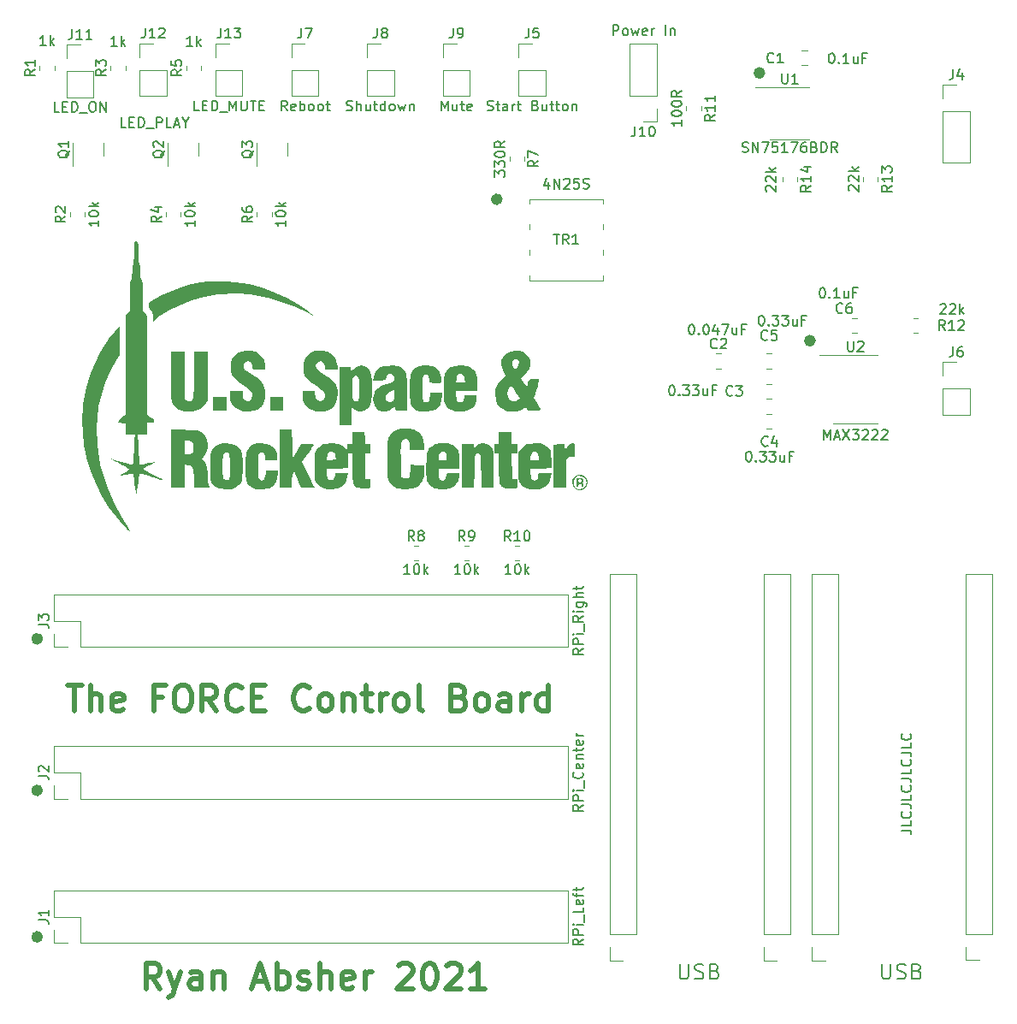
<source format=gto>
%TF.GenerationSoftware,KiCad,Pcbnew,(5.99.0-11144-gea0c162604)*%
%TF.CreationDate,2021-09-15T06:49:40-05:00*%
%TF.ProjectId,The-Force-V2,5468652d-466f-4726-9365-2d56322e6b69,rev?*%
%TF.SameCoordinates,Original*%
%TF.FileFunction,Legend,Top*%
%TF.FilePolarity,Positive*%
%FSLAX46Y46*%
G04 Gerber Fmt 4.6, Leading zero omitted, Abs format (unit mm)*
G04 Created by KiCad (PCBNEW (5.99.0-11144-gea0c162604)) date 2021-09-15 06:49:40*
%MOMM*%
%LPD*%
G01*
G04 APERTURE LIST*
%ADD10C,0.575000*%
%ADD11C,0.200000*%
%ADD12C,0.500000*%
%ADD13C,0.150000*%
%ADD14C,0.120000*%
G04 APERTURE END LIST*
D10*
X173787500Y-56500000D02*
G75*
G03*
X173787500Y-56500000I-287500J0D01*
G01*
X147787500Y-69000000D02*
G75*
G03*
X147787500Y-69000000I-287500J0D01*
G01*
X102287500Y-112500000D02*
G75*
G03*
X102287500Y-112500000I-287500J0D01*
G01*
X102287500Y-127500000D02*
G75*
G03*
X102287500Y-127500000I-287500J0D01*
G01*
X102287500Y-142000000D02*
G75*
G03*
X102287500Y-142000000I-287500J0D01*
G01*
X178787500Y-83000000D02*
G75*
G03*
X178787500Y-83000000I-287500J0D01*
G01*
D11*
X165607142Y-144678571D02*
X165607142Y-145892857D01*
X165678571Y-146035714D01*
X165750000Y-146107142D01*
X165892857Y-146178571D01*
X166178571Y-146178571D01*
X166321428Y-146107142D01*
X166392857Y-146035714D01*
X166464285Y-145892857D01*
X166464285Y-144678571D01*
X167107142Y-146107142D02*
X167321428Y-146178571D01*
X167678571Y-146178571D01*
X167821428Y-146107142D01*
X167892857Y-146035714D01*
X167964285Y-145892857D01*
X167964285Y-145750000D01*
X167892857Y-145607142D01*
X167821428Y-145535714D01*
X167678571Y-145464285D01*
X167392857Y-145392857D01*
X167250000Y-145321428D01*
X167178571Y-145250000D01*
X167107142Y-145107142D01*
X167107142Y-144964285D01*
X167178571Y-144821428D01*
X167250000Y-144750000D01*
X167392857Y-144678571D01*
X167750000Y-144678571D01*
X167964285Y-144750000D01*
X169107142Y-145392857D02*
X169321428Y-145464285D01*
X169392857Y-145535714D01*
X169464285Y-145678571D01*
X169464285Y-145892857D01*
X169392857Y-146035714D01*
X169321428Y-146107142D01*
X169178571Y-146178571D01*
X168607142Y-146178571D01*
X168607142Y-144678571D01*
X169107142Y-144678571D01*
X169250000Y-144750000D01*
X169321428Y-144821428D01*
X169392857Y-144964285D01*
X169392857Y-145107142D01*
X169321428Y-145250000D01*
X169250000Y-145321428D01*
X169107142Y-145392857D01*
X168607142Y-145392857D01*
D12*
X114202380Y-147130952D02*
X113369047Y-145940476D01*
X112773809Y-147130952D02*
X112773809Y-144630952D01*
X113726190Y-144630952D01*
X113964285Y-144750000D01*
X114083333Y-144869047D01*
X114202380Y-145107142D01*
X114202380Y-145464285D01*
X114083333Y-145702380D01*
X113964285Y-145821428D01*
X113726190Y-145940476D01*
X112773809Y-145940476D01*
X115035714Y-145464285D02*
X115630952Y-147130952D01*
X116226190Y-145464285D02*
X115630952Y-147130952D01*
X115392857Y-147726190D01*
X115273809Y-147845238D01*
X115035714Y-147964285D01*
X118250000Y-147130952D02*
X118250000Y-145821428D01*
X118130952Y-145583333D01*
X117892857Y-145464285D01*
X117416666Y-145464285D01*
X117178571Y-145583333D01*
X118250000Y-147011904D02*
X118011904Y-147130952D01*
X117416666Y-147130952D01*
X117178571Y-147011904D01*
X117059523Y-146773809D01*
X117059523Y-146535714D01*
X117178571Y-146297619D01*
X117416666Y-146178571D01*
X118011904Y-146178571D01*
X118250000Y-146059523D01*
X119440476Y-145464285D02*
X119440476Y-147130952D01*
X119440476Y-145702380D02*
X119559523Y-145583333D01*
X119797619Y-145464285D01*
X120154761Y-145464285D01*
X120392857Y-145583333D01*
X120511904Y-145821428D01*
X120511904Y-147130952D01*
X123488095Y-146416666D02*
X124678571Y-146416666D01*
X123250000Y-147130952D02*
X124083333Y-144630952D01*
X124916666Y-147130952D01*
X125750000Y-147130952D02*
X125750000Y-144630952D01*
X125750000Y-145583333D02*
X125988095Y-145464285D01*
X126464285Y-145464285D01*
X126702380Y-145583333D01*
X126821428Y-145702380D01*
X126940476Y-145940476D01*
X126940476Y-146654761D01*
X126821428Y-146892857D01*
X126702380Y-147011904D01*
X126464285Y-147130952D01*
X125988095Y-147130952D01*
X125750000Y-147011904D01*
X127892857Y-147011904D02*
X128130952Y-147130952D01*
X128607142Y-147130952D01*
X128845238Y-147011904D01*
X128964285Y-146773809D01*
X128964285Y-146654761D01*
X128845238Y-146416666D01*
X128607142Y-146297619D01*
X128250000Y-146297619D01*
X128011904Y-146178571D01*
X127892857Y-145940476D01*
X127892857Y-145821428D01*
X128011904Y-145583333D01*
X128250000Y-145464285D01*
X128607142Y-145464285D01*
X128845238Y-145583333D01*
X130035714Y-147130952D02*
X130035714Y-144630952D01*
X131107142Y-147130952D02*
X131107142Y-145821428D01*
X130988095Y-145583333D01*
X130750000Y-145464285D01*
X130392857Y-145464285D01*
X130154761Y-145583333D01*
X130035714Y-145702380D01*
X133250000Y-147011904D02*
X133011904Y-147130952D01*
X132535714Y-147130952D01*
X132297619Y-147011904D01*
X132178571Y-146773809D01*
X132178571Y-145821428D01*
X132297619Y-145583333D01*
X132535714Y-145464285D01*
X133011904Y-145464285D01*
X133250000Y-145583333D01*
X133369047Y-145821428D01*
X133369047Y-146059523D01*
X132178571Y-146297619D01*
X134440476Y-147130952D02*
X134440476Y-145464285D01*
X134440476Y-145940476D02*
X134559523Y-145702380D01*
X134678571Y-145583333D01*
X134916666Y-145464285D01*
X135154761Y-145464285D01*
X137773809Y-144869047D02*
X137892857Y-144750000D01*
X138130952Y-144630952D01*
X138726190Y-144630952D01*
X138964285Y-144750000D01*
X139083333Y-144869047D01*
X139202380Y-145107142D01*
X139202380Y-145345238D01*
X139083333Y-145702380D01*
X137654761Y-147130952D01*
X139202380Y-147130952D01*
X140750000Y-144630952D02*
X140988095Y-144630952D01*
X141226190Y-144750000D01*
X141345238Y-144869047D01*
X141464285Y-145107142D01*
X141583333Y-145583333D01*
X141583333Y-146178571D01*
X141464285Y-146654761D01*
X141345238Y-146892857D01*
X141226190Y-147011904D01*
X140988095Y-147130952D01*
X140750000Y-147130952D01*
X140511904Y-147011904D01*
X140392857Y-146892857D01*
X140273809Y-146654761D01*
X140154761Y-146178571D01*
X140154761Y-145583333D01*
X140273809Y-145107142D01*
X140392857Y-144869047D01*
X140511904Y-144750000D01*
X140750000Y-144630952D01*
X142535714Y-144869047D02*
X142654761Y-144750000D01*
X142892857Y-144630952D01*
X143488095Y-144630952D01*
X143726190Y-144750000D01*
X143845238Y-144869047D01*
X143964285Y-145107142D01*
X143964285Y-145345238D01*
X143845238Y-145702380D01*
X142416666Y-147130952D01*
X143964285Y-147130952D01*
X146345238Y-147130952D02*
X144916666Y-147130952D01*
X145630952Y-147130952D02*
X145630952Y-144630952D01*
X145392857Y-144988095D01*
X145154761Y-145226190D01*
X144916666Y-145345238D01*
D11*
X185607142Y-144678571D02*
X185607142Y-145892857D01*
X185678571Y-146035714D01*
X185750000Y-146107142D01*
X185892857Y-146178571D01*
X186178571Y-146178571D01*
X186321428Y-146107142D01*
X186392857Y-146035714D01*
X186464285Y-145892857D01*
X186464285Y-144678571D01*
X187107142Y-146107142D02*
X187321428Y-146178571D01*
X187678571Y-146178571D01*
X187821428Y-146107142D01*
X187892857Y-146035714D01*
X187964285Y-145892857D01*
X187964285Y-145750000D01*
X187892857Y-145607142D01*
X187821428Y-145535714D01*
X187678571Y-145464285D01*
X187392857Y-145392857D01*
X187250000Y-145321428D01*
X187178571Y-145250000D01*
X187107142Y-145107142D01*
X187107142Y-144964285D01*
X187178571Y-144821428D01*
X187250000Y-144750000D01*
X187392857Y-144678571D01*
X187750000Y-144678571D01*
X187964285Y-144750000D01*
X189107142Y-145392857D02*
X189321428Y-145464285D01*
X189392857Y-145535714D01*
X189464285Y-145678571D01*
X189464285Y-145892857D01*
X189392857Y-146035714D01*
X189321428Y-146107142D01*
X189178571Y-146178571D01*
X188607142Y-146178571D01*
X188607142Y-144678571D01*
X189107142Y-144678571D01*
X189250000Y-144750000D01*
X189321428Y-144821428D01*
X189392857Y-144964285D01*
X189392857Y-145107142D01*
X189321428Y-145250000D01*
X189250000Y-145321428D01*
X189107142Y-145392857D01*
X188607142Y-145392857D01*
D13*
X187532380Y-131469047D02*
X188246666Y-131469047D01*
X188389523Y-131516666D01*
X188484761Y-131611904D01*
X188532380Y-131754761D01*
X188532380Y-131850000D01*
X188532380Y-130516666D02*
X188532380Y-130992857D01*
X187532380Y-130992857D01*
X188437142Y-129611904D02*
X188484761Y-129659523D01*
X188532380Y-129802380D01*
X188532380Y-129897619D01*
X188484761Y-130040476D01*
X188389523Y-130135714D01*
X188294285Y-130183333D01*
X188103809Y-130230952D01*
X187960952Y-130230952D01*
X187770476Y-130183333D01*
X187675238Y-130135714D01*
X187580000Y-130040476D01*
X187532380Y-129897619D01*
X187532380Y-129802380D01*
X187580000Y-129659523D01*
X187627619Y-129611904D01*
X187532380Y-128897619D02*
X188246666Y-128897619D01*
X188389523Y-128945238D01*
X188484761Y-129040476D01*
X188532380Y-129183333D01*
X188532380Y-129278571D01*
X188532380Y-127945238D02*
X188532380Y-128421428D01*
X187532380Y-128421428D01*
X188437142Y-127040476D02*
X188484761Y-127088095D01*
X188532380Y-127230952D01*
X188532380Y-127326190D01*
X188484761Y-127469047D01*
X188389523Y-127564285D01*
X188294285Y-127611904D01*
X188103809Y-127659523D01*
X187960952Y-127659523D01*
X187770476Y-127611904D01*
X187675238Y-127564285D01*
X187580000Y-127469047D01*
X187532380Y-127326190D01*
X187532380Y-127230952D01*
X187580000Y-127088095D01*
X187627619Y-127040476D01*
X187532380Y-126326190D02*
X188246666Y-126326190D01*
X188389523Y-126373809D01*
X188484761Y-126469047D01*
X188532380Y-126611904D01*
X188532380Y-126707142D01*
X188532380Y-125373809D02*
X188532380Y-125850000D01*
X187532380Y-125850000D01*
X188437142Y-124469047D02*
X188484761Y-124516666D01*
X188532380Y-124659523D01*
X188532380Y-124754761D01*
X188484761Y-124897619D01*
X188389523Y-124992857D01*
X188294285Y-125040476D01*
X188103809Y-125088095D01*
X187960952Y-125088095D01*
X187770476Y-125040476D01*
X187675238Y-124992857D01*
X187580000Y-124897619D01*
X187532380Y-124754761D01*
X187532380Y-124659523D01*
X187580000Y-124516666D01*
X187627619Y-124469047D01*
X187532380Y-123754761D02*
X188246666Y-123754761D01*
X188389523Y-123802380D01*
X188484761Y-123897619D01*
X188532380Y-124040476D01*
X188532380Y-124135714D01*
X188532380Y-122802380D02*
X188532380Y-123278571D01*
X187532380Y-123278571D01*
X188437142Y-121897619D02*
X188484761Y-121945238D01*
X188532380Y-122088095D01*
X188532380Y-122183333D01*
X188484761Y-122326190D01*
X188389523Y-122421428D01*
X188294285Y-122469047D01*
X188103809Y-122516666D01*
X187960952Y-122516666D01*
X187770476Y-122469047D01*
X187675238Y-122421428D01*
X187580000Y-122326190D01*
X187532380Y-122183333D01*
X187532380Y-122088095D01*
X187580000Y-121945238D01*
X187627619Y-121897619D01*
D12*
X105011904Y-117130952D02*
X106440476Y-117130952D01*
X105726190Y-119630952D02*
X105726190Y-117130952D01*
X107273809Y-119630952D02*
X107273809Y-117130952D01*
X108345238Y-119630952D02*
X108345238Y-118321428D01*
X108226190Y-118083333D01*
X107988095Y-117964285D01*
X107630952Y-117964285D01*
X107392857Y-118083333D01*
X107273809Y-118202380D01*
X110488095Y-119511904D02*
X110250000Y-119630952D01*
X109773809Y-119630952D01*
X109535714Y-119511904D01*
X109416666Y-119273809D01*
X109416666Y-118321428D01*
X109535714Y-118083333D01*
X109773809Y-117964285D01*
X110250000Y-117964285D01*
X110488095Y-118083333D01*
X110607142Y-118321428D01*
X110607142Y-118559523D01*
X109416666Y-118797619D01*
X114416666Y-118321428D02*
X113583333Y-118321428D01*
X113583333Y-119630952D02*
X113583333Y-117130952D01*
X114773809Y-117130952D01*
X116202380Y-117130952D02*
X116678571Y-117130952D01*
X116916666Y-117250000D01*
X117154761Y-117488095D01*
X117273809Y-117964285D01*
X117273809Y-118797619D01*
X117154761Y-119273809D01*
X116916666Y-119511904D01*
X116678571Y-119630952D01*
X116202380Y-119630952D01*
X115964285Y-119511904D01*
X115726190Y-119273809D01*
X115607142Y-118797619D01*
X115607142Y-117964285D01*
X115726190Y-117488095D01*
X115964285Y-117250000D01*
X116202380Y-117130952D01*
X119773809Y-119630952D02*
X118940476Y-118440476D01*
X118345238Y-119630952D02*
X118345238Y-117130952D01*
X119297619Y-117130952D01*
X119535714Y-117250000D01*
X119654761Y-117369047D01*
X119773809Y-117607142D01*
X119773809Y-117964285D01*
X119654761Y-118202380D01*
X119535714Y-118321428D01*
X119297619Y-118440476D01*
X118345238Y-118440476D01*
X122273809Y-119392857D02*
X122154761Y-119511904D01*
X121797619Y-119630952D01*
X121559523Y-119630952D01*
X121202380Y-119511904D01*
X120964285Y-119273809D01*
X120845238Y-119035714D01*
X120726190Y-118559523D01*
X120726190Y-118202380D01*
X120845238Y-117726190D01*
X120964285Y-117488095D01*
X121202380Y-117250000D01*
X121559523Y-117130952D01*
X121797619Y-117130952D01*
X122154761Y-117250000D01*
X122273809Y-117369047D01*
X123345238Y-118321428D02*
X124178571Y-118321428D01*
X124535714Y-119630952D02*
X123345238Y-119630952D01*
X123345238Y-117130952D01*
X124535714Y-117130952D01*
X128940476Y-119392857D02*
X128821428Y-119511904D01*
X128464285Y-119630952D01*
X128226190Y-119630952D01*
X127869047Y-119511904D01*
X127630952Y-119273809D01*
X127511904Y-119035714D01*
X127392857Y-118559523D01*
X127392857Y-118202380D01*
X127511904Y-117726190D01*
X127630952Y-117488095D01*
X127869047Y-117250000D01*
X128226190Y-117130952D01*
X128464285Y-117130952D01*
X128821428Y-117250000D01*
X128940476Y-117369047D01*
X130369047Y-119630952D02*
X130130952Y-119511904D01*
X130011904Y-119392857D01*
X129892857Y-119154761D01*
X129892857Y-118440476D01*
X130011904Y-118202380D01*
X130130952Y-118083333D01*
X130369047Y-117964285D01*
X130726190Y-117964285D01*
X130964285Y-118083333D01*
X131083333Y-118202380D01*
X131202380Y-118440476D01*
X131202380Y-119154761D01*
X131083333Y-119392857D01*
X130964285Y-119511904D01*
X130726190Y-119630952D01*
X130369047Y-119630952D01*
X132273809Y-117964285D02*
X132273809Y-119630952D01*
X132273809Y-118202380D02*
X132392857Y-118083333D01*
X132630952Y-117964285D01*
X132988095Y-117964285D01*
X133226190Y-118083333D01*
X133345238Y-118321428D01*
X133345238Y-119630952D01*
X134178571Y-117964285D02*
X135130952Y-117964285D01*
X134535714Y-117130952D02*
X134535714Y-119273809D01*
X134654761Y-119511904D01*
X134892857Y-119630952D01*
X135130952Y-119630952D01*
X135964285Y-119630952D02*
X135964285Y-117964285D01*
X135964285Y-118440476D02*
X136083333Y-118202380D01*
X136202380Y-118083333D01*
X136440476Y-117964285D01*
X136678571Y-117964285D01*
X137869047Y-119630952D02*
X137630952Y-119511904D01*
X137511904Y-119392857D01*
X137392857Y-119154761D01*
X137392857Y-118440476D01*
X137511904Y-118202380D01*
X137630952Y-118083333D01*
X137869047Y-117964285D01*
X138226190Y-117964285D01*
X138464285Y-118083333D01*
X138583333Y-118202380D01*
X138702380Y-118440476D01*
X138702380Y-119154761D01*
X138583333Y-119392857D01*
X138464285Y-119511904D01*
X138226190Y-119630952D01*
X137869047Y-119630952D01*
X140130952Y-119630952D02*
X139892857Y-119511904D01*
X139773809Y-119273809D01*
X139773809Y-117130952D01*
X143821428Y-118321428D02*
X144178571Y-118440476D01*
X144297619Y-118559523D01*
X144416666Y-118797619D01*
X144416666Y-119154761D01*
X144297619Y-119392857D01*
X144178571Y-119511904D01*
X143940476Y-119630952D01*
X142988095Y-119630952D01*
X142988095Y-117130952D01*
X143821428Y-117130952D01*
X144059523Y-117250000D01*
X144178571Y-117369047D01*
X144297619Y-117607142D01*
X144297619Y-117845238D01*
X144178571Y-118083333D01*
X144059523Y-118202380D01*
X143821428Y-118321428D01*
X142988095Y-118321428D01*
X145845238Y-119630952D02*
X145607142Y-119511904D01*
X145488095Y-119392857D01*
X145369047Y-119154761D01*
X145369047Y-118440476D01*
X145488095Y-118202380D01*
X145607142Y-118083333D01*
X145845238Y-117964285D01*
X146202380Y-117964285D01*
X146440476Y-118083333D01*
X146559523Y-118202380D01*
X146678571Y-118440476D01*
X146678571Y-119154761D01*
X146559523Y-119392857D01*
X146440476Y-119511904D01*
X146202380Y-119630952D01*
X145845238Y-119630952D01*
X148821428Y-119630952D02*
X148821428Y-118321428D01*
X148702380Y-118083333D01*
X148464285Y-117964285D01*
X147988095Y-117964285D01*
X147750000Y-118083333D01*
X148821428Y-119511904D02*
X148583333Y-119630952D01*
X147988095Y-119630952D01*
X147750000Y-119511904D01*
X147630952Y-119273809D01*
X147630952Y-119035714D01*
X147750000Y-118797619D01*
X147988095Y-118678571D01*
X148583333Y-118678571D01*
X148821428Y-118559523D01*
X150011904Y-119630952D02*
X150011904Y-117964285D01*
X150011904Y-118440476D02*
X150130952Y-118202380D01*
X150250000Y-118083333D01*
X150488095Y-117964285D01*
X150726190Y-117964285D01*
X152630952Y-119630952D02*
X152630952Y-117130952D01*
X152630952Y-119511904D02*
X152392857Y-119630952D01*
X151916666Y-119630952D01*
X151678571Y-119511904D01*
X151559523Y-119392857D01*
X151440476Y-119154761D01*
X151440476Y-118440476D01*
X151559523Y-118202380D01*
X151678571Y-118083333D01*
X151916666Y-117964285D01*
X152392857Y-117964285D01*
X152630952Y-118083333D01*
D13*
%TO.C,R5*%
X116302380Y-56166666D02*
X115826190Y-56500000D01*
X116302380Y-56738095D02*
X115302380Y-56738095D01*
X115302380Y-56357142D01*
X115350000Y-56261904D01*
X115397619Y-56214285D01*
X115492857Y-56166666D01*
X115635714Y-56166666D01*
X115730952Y-56214285D01*
X115778571Y-56261904D01*
X115826190Y-56357142D01*
X115826190Y-56738095D01*
X115302380Y-55261904D02*
X115302380Y-55738095D01*
X115778571Y-55785714D01*
X115730952Y-55738095D01*
X115683333Y-55642857D01*
X115683333Y-55404761D01*
X115730952Y-55309523D01*
X115778571Y-55261904D01*
X115873809Y-55214285D01*
X116111904Y-55214285D01*
X116207142Y-55261904D01*
X116254761Y-55309523D01*
X116302380Y-55404761D01*
X116302380Y-55642857D01*
X116254761Y-55738095D01*
X116207142Y-55785714D01*
X117380952Y-53842380D02*
X116809523Y-53842380D01*
X117095238Y-53842380D02*
X117095238Y-52842380D01*
X117000000Y-52985238D01*
X116904761Y-53080476D01*
X116809523Y-53128095D01*
X117809523Y-53842380D02*
X117809523Y-52842380D01*
X117904761Y-53461428D02*
X118190476Y-53842380D01*
X118190476Y-53175714D02*
X117809523Y-53556666D01*
%TO.C,J10*%
X161190476Y-61782380D02*
X161190476Y-62496666D01*
X161142857Y-62639523D01*
X161047619Y-62734761D01*
X160904761Y-62782380D01*
X160809523Y-62782380D01*
X162190476Y-62782380D02*
X161619047Y-62782380D01*
X161904761Y-62782380D02*
X161904761Y-61782380D01*
X161809523Y-61925238D01*
X161714285Y-62020476D01*
X161619047Y-62068095D01*
X162809523Y-61782380D02*
X162904761Y-61782380D01*
X163000000Y-61830000D01*
X163047619Y-61877619D01*
X163095238Y-61972857D01*
X163142857Y-62163333D01*
X163142857Y-62401428D01*
X163095238Y-62591904D01*
X163047619Y-62687142D01*
X163000000Y-62734761D01*
X162904761Y-62782380D01*
X162809523Y-62782380D01*
X162714285Y-62734761D01*
X162666666Y-62687142D01*
X162619047Y-62591904D01*
X162571428Y-62401428D01*
X162571428Y-62163333D01*
X162619047Y-61972857D01*
X162666666Y-61877619D01*
X162714285Y-61830000D01*
X162809523Y-61782380D01*
X159012380Y-52772380D02*
X159012380Y-51772380D01*
X159393333Y-51772380D01*
X159488571Y-51820000D01*
X159536190Y-51867619D01*
X159583809Y-51962857D01*
X159583809Y-52105714D01*
X159536190Y-52200952D01*
X159488571Y-52248571D01*
X159393333Y-52296190D01*
X159012380Y-52296190D01*
X160155238Y-52772380D02*
X160060000Y-52724761D01*
X160012380Y-52677142D01*
X159964761Y-52581904D01*
X159964761Y-52296190D01*
X160012380Y-52200952D01*
X160060000Y-52153333D01*
X160155238Y-52105714D01*
X160298095Y-52105714D01*
X160393333Y-52153333D01*
X160440952Y-52200952D01*
X160488571Y-52296190D01*
X160488571Y-52581904D01*
X160440952Y-52677142D01*
X160393333Y-52724761D01*
X160298095Y-52772380D01*
X160155238Y-52772380D01*
X160821904Y-52105714D02*
X161012380Y-52772380D01*
X161202857Y-52296190D01*
X161393333Y-52772380D01*
X161583809Y-52105714D01*
X162345714Y-52724761D02*
X162250476Y-52772380D01*
X162060000Y-52772380D01*
X161964761Y-52724761D01*
X161917142Y-52629523D01*
X161917142Y-52248571D01*
X161964761Y-52153333D01*
X162060000Y-52105714D01*
X162250476Y-52105714D01*
X162345714Y-52153333D01*
X162393333Y-52248571D01*
X162393333Y-52343809D01*
X161917142Y-52439047D01*
X162821904Y-52772380D02*
X162821904Y-52105714D01*
X162821904Y-52296190D02*
X162869523Y-52200952D01*
X162917142Y-52153333D01*
X163012380Y-52105714D01*
X163107619Y-52105714D01*
X164202857Y-52772380D02*
X164202857Y-51772380D01*
X164679047Y-52105714D02*
X164679047Y-52772380D01*
X164679047Y-52200952D02*
X164726666Y-52153333D01*
X164821904Y-52105714D01*
X164964761Y-52105714D01*
X165060000Y-52153333D01*
X165107619Y-52248571D01*
X165107619Y-52772380D01*
%TO.C,C1*%
X174903333Y-55397142D02*
X174855714Y-55444761D01*
X174712857Y-55492380D01*
X174617619Y-55492380D01*
X174474761Y-55444761D01*
X174379523Y-55349523D01*
X174331904Y-55254285D01*
X174284285Y-55063809D01*
X174284285Y-54920952D01*
X174331904Y-54730476D01*
X174379523Y-54635238D01*
X174474761Y-54540000D01*
X174617619Y-54492380D01*
X174712857Y-54492380D01*
X174855714Y-54540000D01*
X174903333Y-54587619D01*
X175855714Y-55492380D02*
X175284285Y-55492380D01*
X175570000Y-55492380D02*
X175570000Y-54492380D01*
X175474761Y-54635238D01*
X175379523Y-54730476D01*
X175284285Y-54778095D01*
X180597142Y-54542380D02*
X180692380Y-54542380D01*
X180787619Y-54590000D01*
X180835238Y-54637619D01*
X180882857Y-54732857D01*
X180930476Y-54923333D01*
X180930476Y-55161428D01*
X180882857Y-55351904D01*
X180835238Y-55447142D01*
X180787619Y-55494761D01*
X180692380Y-55542380D01*
X180597142Y-55542380D01*
X180501904Y-55494761D01*
X180454285Y-55447142D01*
X180406666Y-55351904D01*
X180359047Y-55161428D01*
X180359047Y-54923333D01*
X180406666Y-54732857D01*
X180454285Y-54637619D01*
X180501904Y-54590000D01*
X180597142Y-54542380D01*
X181359047Y-55447142D02*
X181406666Y-55494761D01*
X181359047Y-55542380D01*
X181311428Y-55494761D01*
X181359047Y-55447142D01*
X181359047Y-55542380D01*
X182359047Y-55542380D02*
X181787619Y-55542380D01*
X182073333Y-55542380D02*
X182073333Y-54542380D01*
X181978095Y-54685238D01*
X181882857Y-54780476D01*
X181787619Y-54828095D01*
X183216190Y-54875714D02*
X183216190Y-55542380D01*
X182787619Y-54875714D02*
X182787619Y-55399523D01*
X182835238Y-55494761D01*
X182930476Y-55542380D01*
X183073333Y-55542380D01*
X183168571Y-55494761D01*
X183216190Y-55447142D01*
X184025714Y-55018571D02*
X183692380Y-55018571D01*
X183692380Y-55542380D02*
X183692380Y-54542380D01*
X184168571Y-54542380D01*
%TO.C,R11*%
X169102380Y-60642857D02*
X168626190Y-60976190D01*
X169102380Y-61214285D02*
X168102380Y-61214285D01*
X168102380Y-60833333D01*
X168150000Y-60738095D01*
X168197619Y-60690476D01*
X168292857Y-60642857D01*
X168435714Y-60642857D01*
X168530952Y-60690476D01*
X168578571Y-60738095D01*
X168626190Y-60833333D01*
X168626190Y-61214285D01*
X169102380Y-59690476D02*
X169102380Y-60261904D01*
X169102380Y-59976190D02*
X168102380Y-59976190D01*
X168245238Y-60071428D01*
X168340476Y-60166666D01*
X168388095Y-60261904D01*
X169102380Y-58738095D02*
X169102380Y-59309523D01*
X169102380Y-59023809D02*
X168102380Y-59023809D01*
X168245238Y-59119047D01*
X168340476Y-59214285D01*
X168388095Y-59309523D01*
X165802380Y-61166666D02*
X165802380Y-61738095D01*
X165802380Y-61452380D02*
X164802380Y-61452380D01*
X164945238Y-61547619D01*
X165040476Y-61642857D01*
X165088095Y-61738095D01*
X164802380Y-60547619D02*
X164802380Y-60452380D01*
X164850000Y-60357142D01*
X164897619Y-60309523D01*
X164992857Y-60261904D01*
X165183333Y-60214285D01*
X165421428Y-60214285D01*
X165611904Y-60261904D01*
X165707142Y-60309523D01*
X165754761Y-60357142D01*
X165802380Y-60452380D01*
X165802380Y-60547619D01*
X165754761Y-60642857D01*
X165707142Y-60690476D01*
X165611904Y-60738095D01*
X165421428Y-60785714D01*
X165183333Y-60785714D01*
X164992857Y-60738095D01*
X164897619Y-60690476D01*
X164850000Y-60642857D01*
X164802380Y-60547619D01*
X164802380Y-59595238D02*
X164802380Y-59500000D01*
X164850000Y-59404761D01*
X164897619Y-59357142D01*
X164992857Y-59309523D01*
X165183333Y-59261904D01*
X165421428Y-59261904D01*
X165611904Y-59309523D01*
X165707142Y-59357142D01*
X165754761Y-59404761D01*
X165802380Y-59500000D01*
X165802380Y-59595238D01*
X165754761Y-59690476D01*
X165707142Y-59738095D01*
X165611904Y-59785714D01*
X165421428Y-59833333D01*
X165183333Y-59833333D01*
X164992857Y-59785714D01*
X164897619Y-59738095D01*
X164850000Y-59690476D01*
X164802380Y-59595238D01*
X165802380Y-58261904D02*
X165326190Y-58595238D01*
X165802380Y-58833333D02*
X164802380Y-58833333D01*
X164802380Y-58452380D01*
X164850000Y-58357142D01*
X164897619Y-58309523D01*
X164992857Y-58261904D01*
X165135714Y-58261904D01*
X165230952Y-58309523D01*
X165278571Y-58357142D01*
X165326190Y-58452380D01*
X165326190Y-58833333D01*
%TO.C,R2*%
X104802380Y-70666666D02*
X104326190Y-71000000D01*
X104802380Y-71238095D02*
X103802380Y-71238095D01*
X103802380Y-70857142D01*
X103850000Y-70761904D01*
X103897619Y-70714285D01*
X103992857Y-70666666D01*
X104135714Y-70666666D01*
X104230952Y-70714285D01*
X104278571Y-70761904D01*
X104326190Y-70857142D01*
X104326190Y-71238095D01*
X103897619Y-70285714D02*
X103850000Y-70238095D01*
X103802380Y-70142857D01*
X103802380Y-69904761D01*
X103850000Y-69809523D01*
X103897619Y-69761904D01*
X103992857Y-69714285D01*
X104088095Y-69714285D01*
X104230952Y-69761904D01*
X104802380Y-70333333D01*
X104802380Y-69714285D01*
X108102380Y-71095238D02*
X108102380Y-71666666D01*
X108102380Y-71380952D02*
X107102380Y-71380952D01*
X107245238Y-71476190D01*
X107340476Y-71571428D01*
X107388095Y-71666666D01*
X107102380Y-70476190D02*
X107102380Y-70380952D01*
X107150000Y-70285714D01*
X107197619Y-70238095D01*
X107292857Y-70190476D01*
X107483333Y-70142857D01*
X107721428Y-70142857D01*
X107911904Y-70190476D01*
X108007142Y-70238095D01*
X108054761Y-70285714D01*
X108102380Y-70380952D01*
X108102380Y-70476190D01*
X108054761Y-70571428D01*
X108007142Y-70619047D01*
X107911904Y-70666666D01*
X107721428Y-70714285D01*
X107483333Y-70714285D01*
X107292857Y-70666666D01*
X107197619Y-70619047D01*
X107150000Y-70571428D01*
X107102380Y-70476190D01*
X108102380Y-69714285D02*
X107102380Y-69714285D01*
X107721428Y-69619047D02*
X108102380Y-69333333D01*
X107435714Y-69333333D02*
X107816666Y-69714285D01*
%TO.C,J2*%
X102122380Y-126063333D02*
X102836666Y-126063333D01*
X102979523Y-126110952D01*
X103074761Y-126206190D01*
X103122380Y-126349047D01*
X103122380Y-126444285D01*
X102217619Y-125634761D02*
X102170000Y-125587142D01*
X102122380Y-125491904D01*
X102122380Y-125253809D01*
X102170000Y-125158571D01*
X102217619Y-125110952D01*
X102312857Y-125063333D01*
X102408095Y-125063333D01*
X102550952Y-125110952D01*
X103122380Y-125682380D01*
X103122380Y-125063333D01*
X156042380Y-128944285D02*
X155566190Y-129277619D01*
X156042380Y-129515714D02*
X155042380Y-129515714D01*
X155042380Y-129134761D01*
X155090000Y-129039523D01*
X155137619Y-128991904D01*
X155232857Y-128944285D01*
X155375714Y-128944285D01*
X155470952Y-128991904D01*
X155518571Y-129039523D01*
X155566190Y-129134761D01*
X155566190Y-129515714D01*
X156042380Y-128515714D02*
X155042380Y-128515714D01*
X155042380Y-128134761D01*
X155090000Y-128039523D01*
X155137619Y-127991904D01*
X155232857Y-127944285D01*
X155375714Y-127944285D01*
X155470952Y-127991904D01*
X155518571Y-128039523D01*
X155566190Y-128134761D01*
X155566190Y-128515714D01*
X156042380Y-127515714D02*
X155375714Y-127515714D01*
X155042380Y-127515714D02*
X155090000Y-127563333D01*
X155137619Y-127515714D01*
X155090000Y-127468095D01*
X155042380Y-127515714D01*
X155137619Y-127515714D01*
X156137619Y-127277619D02*
X156137619Y-126515714D01*
X155947142Y-125706190D02*
X155994761Y-125753809D01*
X156042380Y-125896666D01*
X156042380Y-125991904D01*
X155994761Y-126134761D01*
X155899523Y-126230000D01*
X155804285Y-126277619D01*
X155613809Y-126325238D01*
X155470952Y-126325238D01*
X155280476Y-126277619D01*
X155185238Y-126230000D01*
X155090000Y-126134761D01*
X155042380Y-125991904D01*
X155042380Y-125896666D01*
X155090000Y-125753809D01*
X155137619Y-125706190D01*
X155994761Y-124896666D02*
X156042380Y-124991904D01*
X156042380Y-125182380D01*
X155994761Y-125277619D01*
X155899523Y-125325238D01*
X155518571Y-125325238D01*
X155423333Y-125277619D01*
X155375714Y-125182380D01*
X155375714Y-124991904D01*
X155423333Y-124896666D01*
X155518571Y-124849047D01*
X155613809Y-124849047D01*
X155709047Y-125325238D01*
X155375714Y-124420476D02*
X156042380Y-124420476D01*
X155470952Y-124420476D02*
X155423333Y-124372857D01*
X155375714Y-124277619D01*
X155375714Y-124134761D01*
X155423333Y-124039523D01*
X155518571Y-123991904D01*
X156042380Y-123991904D01*
X155375714Y-123658571D02*
X155375714Y-123277619D01*
X155042380Y-123515714D02*
X155899523Y-123515714D01*
X155994761Y-123468095D01*
X156042380Y-123372857D01*
X156042380Y-123277619D01*
X155994761Y-122563333D02*
X156042380Y-122658571D01*
X156042380Y-122849047D01*
X155994761Y-122944285D01*
X155899523Y-122991904D01*
X155518571Y-122991904D01*
X155423333Y-122944285D01*
X155375714Y-122849047D01*
X155375714Y-122658571D01*
X155423333Y-122563333D01*
X155518571Y-122515714D01*
X155613809Y-122515714D01*
X155709047Y-122991904D01*
X156042380Y-122087142D02*
X155375714Y-122087142D01*
X155566190Y-122087142D02*
X155470952Y-122039523D01*
X155423333Y-121991904D01*
X155375714Y-121896666D01*
X155375714Y-121801428D01*
%TO.C,C6*%
X181723333Y-80187142D02*
X181675714Y-80234761D01*
X181532857Y-80282380D01*
X181437619Y-80282380D01*
X181294761Y-80234761D01*
X181199523Y-80139523D01*
X181151904Y-80044285D01*
X181104285Y-79853809D01*
X181104285Y-79710952D01*
X181151904Y-79520476D01*
X181199523Y-79425238D01*
X181294761Y-79330000D01*
X181437619Y-79282380D01*
X181532857Y-79282380D01*
X181675714Y-79330000D01*
X181723333Y-79377619D01*
X182580476Y-79282380D02*
X182390000Y-79282380D01*
X182294761Y-79330000D01*
X182247142Y-79377619D01*
X182151904Y-79520476D01*
X182104285Y-79710952D01*
X182104285Y-80091904D01*
X182151904Y-80187142D01*
X182199523Y-80234761D01*
X182294761Y-80282380D01*
X182485238Y-80282380D01*
X182580476Y-80234761D01*
X182628095Y-80187142D01*
X182675714Y-80091904D01*
X182675714Y-79853809D01*
X182628095Y-79758571D01*
X182580476Y-79710952D01*
X182485238Y-79663333D01*
X182294761Y-79663333D01*
X182199523Y-79710952D01*
X182151904Y-79758571D01*
X182104285Y-79853809D01*
X179677142Y-77762380D02*
X179772380Y-77762380D01*
X179867619Y-77810000D01*
X179915238Y-77857619D01*
X179962857Y-77952857D01*
X180010476Y-78143333D01*
X180010476Y-78381428D01*
X179962857Y-78571904D01*
X179915238Y-78667142D01*
X179867619Y-78714761D01*
X179772380Y-78762380D01*
X179677142Y-78762380D01*
X179581904Y-78714761D01*
X179534285Y-78667142D01*
X179486666Y-78571904D01*
X179439047Y-78381428D01*
X179439047Y-78143333D01*
X179486666Y-77952857D01*
X179534285Y-77857619D01*
X179581904Y-77810000D01*
X179677142Y-77762380D01*
X180439047Y-78667142D02*
X180486666Y-78714761D01*
X180439047Y-78762380D01*
X180391428Y-78714761D01*
X180439047Y-78667142D01*
X180439047Y-78762380D01*
X181439047Y-78762380D02*
X180867619Y-78762380D01*
X181153333Y-78762380D02*
X181153333Y-77762380D01*
X181058095Y-77905238D01*
X180962857Y-78000476D01*
X180867619Y-78048095D01*
X182296190Y-78095714D02*
X182296190Y-78762380D01*
X181867619Y-78095714D02*
X181867619Y-78619523D01*
X181915238Y-78714761D01*
X182010476Y-78762380D01*
X182153333Y-78762380D01*
X182248571Y-78714761D01*
X182296190Y-78667142D01*
X183105714Y-78238571D02*
X182772380Y-78238571D01*
X182772380Y-78762380D02*
X182772380Y-77762380D01*
X183248571Y-77762380D01*
%TO.C,J8*%
X135666666Y-52042380D02*
X135666666Y-52756666D01*
X135619047Y-52899523D01*
X135523809Y-52994761D01*
X135380952Y-53042380D01*
X135285714Y-53042380D01*
X136285714Y-52470952D02*
X136190476Y-52423333D01*
X136142857Y-52375714D01*
X136095238Y-52280476D01*
X136095238Y-52232857D01*
X136142857Y-52137619D01*
X136190476Y-52090000D01*
X136285714Y-52042380D01*
X136476190Y-52042380D01*
X136571428Y-52090000D01*
X136619047Y-52137619D01*
X136666666Y-52232857D01*
X136666666Y-52280476D01*
X136619047Y-52375714D01*
X136571428Y-52423333D01*
X136476190Y-52470952D01*
X136285714Y-52470952D01*
X136190476Y-52518571D01*
X136142857Y-52566190D01*
X136095238Y-52661428D01*
X136095238Y-52851904D01*
X136142857Y-52947142D01*
X136190476Y-52994761D01*
X136285714Y-53042380D01*
X136476190Y-53042380D01*
X136571428Y-52994761D01*
X136619047Y-52947142D01*
X136666666Y-52851904D01*
X136666666Y-52661428D01*
X136619047Y-52566190D01*
X136571428Y-52518571D01*
X136476190Y-52470952D01*
X132642857Y-60194761D02*
X132785714Y-60242380D01*
X133023809Y-60242380D01*
X133119047Y-60194761D01*
X133166666Y-60147142D01*
X133214285Y-60051904D01*
X133214285Y-59956666D01*
X133166666Y-59861428D01*
X133119047Y-59813809D01*
X133023809Y-59766190D01*
X132833333Y-59718571D01*
X132738095Y-59670952D01*
X132690476Y-59623333D01*
X132642857Y-59528095D01*
X132642857Y-59432857D01*
X132690476Y-59337619D01*
X132738095Y-59290000D01*
X132833333Y-59242380D01*
X133071428Y-59242380D01*
X133214285Y-59290000D01*
X133642857Y-60242380D02*
X133642857Y-59242380D01*
X134071428Y-60242380D02*
X134071428Y-59718571D01*
X134023809Y-59623333D01*
X133928571Y-59575714D01*
X133785714Y-59575714D01*
X133690476Y-59623333D01*
X133642857Y-59670952D01*
X134976190Y-59575714D02*
X134976190Y-60242380D01*
X134547619Y-59575714D02*
X134547619Y-60099523D01*
X134595238Y-60194761D01*
X134690476Y-60242380D01*
X134833333Y-60242380D01*
X134928571Y-60194761D01*
X134976190Y-60147142D01*
X135309523Y-59575714D02*
X135690476Y-59575714D01*
X135452380Y-59242380D02*
X135452380Y-60099523D01*
X135500000Y-60194761D01*
X135595238Y-60242380D01*
X135690476Y-60242380D01*
X136452380Y-60242380D02*
X136452380Y-59242380D01*
X136452380Y-60194761D02*
X136357142Y-60242380D01*
X136166666Y-60242380D01*
X136071428Y-60194761D01*
X136023809Y-60147142D01*
X135976190Y-60051904D01*
X135976190Y-59766190D01*
X136023809Y-59670952D01*
X136071428Y-59623333D01*
X136166666Y-59575714D01*
X136357142Y-59575714D01*
X136452380Y-59623333D01*
X137071428Y-60242380D02*
X136976190Y-60194761D01*
X136928571Y-60147142D01*
X136880952Y-60051904D01*
X136880952Y-59766190D01*
X136928571Y-59670952D01*
X136976190Y-59623333D01*
X137071428Y-59575714D01*
X137214285Y-59575714D01*
X137309523Y-59623333D01*
X137357142Y-59670952D01*
X137404761Y-59766190D01*
X137404761Y-60051904D01*
X137357142Y-60147142D01*
X137309523Y-60194761D01*
X137214285Y-60242380D01*
X137071428Y-60242380D01*
X137738095Y-59575714D02*
X137928571Y-60242380D01*
X138119047Y-59766190D01*
X138309523Y-60242380D01*
X138500000Y-59575714D01*
X138880952Y-59575714D02*
X138880952Y-60242380D01*
X138880952Y-59670952D02*
X138928571Y-59623333D01*
X139023809Y-59575714D01*
X139166666Y-59575714D01*
X139261904Y-59623333D01*
X139309523Y-59718571D01*
X139309523Y-60242380D01*
%TO.C,R3*%
X108802380Y-56166666D02*
X108326190Y-56500000D01*
X108802380Y-56738095D02*
X107802380Y-56738095D01*
X107802380Y-56357142D01*
X107850000Y-56261904D01*
X107897619Y-56214285D01*
X107992857Y-56166666D01*
X108135714Y-56166666D01*
X108230952Y-56214285D01*
X108278571Y-56261904D01*
X108326190Y-56357142D01*
X108326190Y-56738095D01*
X107802380Y-55833333D02*
X107802380Y-55214285D01*
X108183333Y-55547619D01*
X108183333Y-55404761D01*
X108230952Y-55309523D01*
X108278571Y-55261904D01*
X108373809Y-55214285D01*
X108611904Y-55214285D01*
X108707142Y-55261904D01*
X108754761Y-55309523D01*
X108802380Y-55404761D01*
X108802380Y-55690476D01*
X108754761Y-55785714D01*
X108707142Y-55833333D01*
X109910952Y-53842380D02*
X109339523Y-53842380D01*
X109625238Y-53842380D02*
X109625238Y-52842380D01*
X109530000Y-52985238D01*
X109434761Y-53080476D01*
X109339523Y-53128095D01*
X110339523Y-53842380D02*
X110339523Y-52842380D01*
X110434761Y-53461428D02*
X110720476Y-53842380D01*
X110720476Y-53175714D02*
X110339523Y-53556666D01*
%TO.C,R6*%
X123302380Y-70666666D02*
X122826190Y-71000000D01*
X123302380Y-71238095D02*
X122302380Y-71238095D01*
X122302380Y-70857142D01*
X122350000Y-70761904D01*
X122397619Y-70714285D01*
X122492857Y-70666666D01*
X122635714Y-70666666D01*
X122730952Y-70714285D01*
X122778571Y-70761904D01*
X122826190Y-70857142D01*
X122826190Y-71238095D01*
X122302380Y-69809523D02*
X122302380Y-70000000D01*
X122350000Y-70095238D01*
X122397619Y-70142857D01*
X122540476Y-70238095D01*
X122730952Y-70285714D01*
X123111904Y-70285714D01*
X123207142Y-70238095D01*
X123254761Y-70190476D01*
X123302380Y-70095238D01*
X123302380Y-69904761D01*
X123254761Y-69809523D01*
X123207142Y-69761904D01*
X123111904Y-69714285D01*
X122873809Y-69714285D01*
X122778571Y-69761904D01*
X122730952Y-69809523D01*
X122683333Y-69904761D01*
X122683333Y-70095238D01*
X122730952Y-70190476D01*
X122778571Y-70238095D01*
X122873809Y-70285714D01*
X126602380Y-71095238D02*
X126602380Y-71666666D01*
X126602380Y-71380952D02*
X125602380Y-71380952D01*
X125745238Y-71476190D01*
X125840476Y-71571428D01*
X125888095Y-71666666D01*
X125602380Y-70476190D02*
X125602380Y-70380952D01*
X125650000Y-70285714D01*
X125697619Y-70238095D01*
X125792857Y-70190476D01*
X125983333Y-70142857D01*
X126221428Y-70142857D01*
X126411904Y-70190476D01*
X126507142Y-70238095D01*
X126554761Y-70285714D01*
X126602380Y-70380952D01*
X126602380Y-70476190D01*
X126554761Y-70571428D01*
X126507142Y-70619047D01*
X126411904Y-70666666D01*
X126221428Y-70714285D01*
X125983333Y-70714285D01*
X125792857Y-70666666D01*
X125697619Y-70619047D01*
X125650000Y-70571428D01*
X125602380Y-70476190D01*
X126602380Y-69714285D02*
X125602380Y-69714285D01*
X126221428Y-69619047D02*
X126602380Y-69333333D01*
X125935714Y-69333333D02*
X126316666Y-69714285D01*
%TO.C,C5*%
X174295833Y-82857142D02*
X174248214Y-82904761D01*
X174105357Y-82952380D01*
X174010119Y-82952380D01*
X173867261Y-82904761D01*
X173772023Y-82809523D01*
X173724404Y-82714285D01*
X173676785Y-82523809D01*
X173676785Y-82380952D01*
X173724404Y-82190476D01*
X173772023Y-82095238D01*
X173867261Y-82000000D01*
X174010119Y-81952380D01*
X174105357Y-81952380D01*
X174248214Y-82000000D01*
X174295833Y-82047619D01*
X175200595Y-81952380D02*
X174724404Y-81952380D01*
X174676785Y-82428571D01*
X174724404Y-82380952D01*
X174819642Y-82333333D01*
X175057738Y-82333333D01*
X175152976Y-82380952D01*
X175200595Y-82428571D01*
X175248214Y-82523809D01*
X175248214Y-82761904D01*
X175200595Y-82857142D01*
X175152976Y-82904761D01*
X175057738Y-82952380D01*
X174819642Y-82952380D01*
X174724404Y-82904761D01*
X174676785Y-82857142D01*
X173650952Y-80502380D02*
X173746190Y-80502380D01*
X173841428Y-80550000D01*
X173889047Y-80597619D01*
X173936666Y-80692857D01*
X173984285Y-80883333D01*
X173984285Y-81121428D01*
X173936666Y-81311904D01*
X173889047Y-81407142D01*
X173841428Y-81454761D01*
X173746190Y-81502380D01*
X173650952Y-81502380D01*
X173555714Y-81454761D01*
X173508095Y-81407142D01*
X173460476Y-81311904D01*
X173412857Y-81121428D01*
X173412857Y-80883333D01*
X173460476Y-80692857D01*
X173508095Y-80597619D01*
X173555714Y-80550000D01*
X173650952Y-80502380D01*
X174412857Y-81407142D02*
X174460476Y-81454761D01*
X174412857Y-81502380D01*
X174365238Y-81454761D01*
X174412857Y-81407142D01*
X174412857Y-81502380D01*
X174793809Y-80502380D02*
X175412857Y-80502380D01*
X175079523Y-80883333D01*
X175222380Y-80883333D01*
X175317619Y-80930952D01*
X175365238Y-80978571D01*
X175412857Y-81073809D01*
X175412857Y-81311904D01*
X175365238Y-81407142D01*
X175317619Y-81454761D01*
X175222380Y-81502380D01*
X174936666Y-81502380D01*
X174841428Y-81454761D01*
X174793809Y-81407142D01*
X175746190Y-80502380D02*
X176365238Y-80502380D01*
X176031904Y-80883333D01*
X176174761Y-80883333D01*
X176270000Y-80930952D01*
X176317619Y-80978571D01*
X176365238Y-81073809D01*
X176365238Y-81311904D01*
X176317619Y-81407142D01*
X176270000Y-81454761D01*
X176174761Y-81502380D01*
X175889047Y-81502380D01*
X175793809Y-81454761D01*
X175746190Y-81407142D01*
X177222380Y-80835714D02*
X177222380Y-81502380D01*
X176793809Y-80835714D02*
X176793809Y-81359523D01*
X176841428Y-81454761D01*
X176936666Y-81502380D01*
X177079523Y-81502380D01*
X177174761Y-81454761D01*
X177222380Y-81407142D01*
X178031904Y-80978571D02*
X177698571Y-80978571D01*
X177698571Y-81502380D02*
X177698571Y-80502380D01*
X178174761Y-80502380D01*
%TO.C,R9*%
X144333333Y-102802380D02*
X144000000Y-102326190D01*
X143761904Y-102802380D02*
X143761904Y-101802380D01*
X144142857Y-101802380D01*
X144238095Y-101850000D01*
X144285714Y-101897619D01*
X144333333Y-101992857D01*
X144333333Y-102135714D01*
X144285714Y-102230952D01*
X144238095Y-102278571D01*
X144142857Y-102326190D01*
X143761904Y-102326190D01*
X144809523Y-102802380D02*
X145000000Y-102802380D01*
X145095238Y-102754761D01*
X145142857Y-102707142D01*
X145238095Y-102564285D01*
X145285714Y-102373809D01*
X145285714Y-101992857D01*
X145238095Y-101897619D01*
X145190476Y-101850000D01*
X145095238Y-101802380D01*
X144904761Y-101802380D01*
X144809523Y-101850000D01*
X144761904Y-101897619D01*
X144714285Y-101992857D01*
X144714285Y-102230952D01*
X144761904Y-102326190D01*
X144809523Y-102373809D01*
X144904761Y-102421428D01*
X145095238Y-102421428D01*
X145190476Y-102373809D01*
X145238095Y-102326190D01*
X145285714Y-102230952D01*
X143904761Y-106102380D02*
X143333333Y-106102380D01*
X143619047Y-106102380D02*
X143619047Y-105102380D01*
X143523809Y-105245238D01*
X143428571Y-105340476D01*
X143333333Y-105388095D01*
X144523809Y-105102380D02*
X144619047Y-105102380D01*
X144714285Y-105150000D01*
X144761904Y-105197619D01*
X144809523Y-105292857D01*
X144857142Y-105483333D01*
X144857142Y-105721428D01*
X144809523Y-105911904D01*
X144761904Y-106007142D01*
X144714285Y-106054761D01*
X144619047Y-106102380D01*
X144523809Y-106102380D01*
X144428571Y-106054761D01*
X144380952Y-106007142D01*
X144333333Y-105911904D01*
X144285714Y-105721428D01*
X144285714Y-105483333D01*
X144333333Y-105292857D01*
X144380952Y-105197619D01*
X144428571Y-105150000D01*
X144523809Y-105102380D01*
X145285714Y-106102380D02*
X145285714Y-105102380D01*
X145380952Y-105721428D02*
X145666666Y-106102380D01*
X145666666Y-105435714D02*
X145285714Y-105816666D01*
%TO.C,J3*%
X102122380Y-111063333D02*
X102836666Y-111063333D01*
X102979523Y-111110952D01*
X103074761Y-111206190D01*
X103122380Y-111349047D01*
X103122380Y-111444285D01*
X102122380Y-110682380D02*
X102122380Y-110063333D01*
X102503333Y-110396666D01*
X102503333Y-110253809D01*
X102550952Y-110158571D01*
X102598571Y-110110952D01*
X102693809Y-110063333D01*
X102931904Y-110063333D01*
X103027142Y-110110952D01*
X103074761Y-110158571D01*
X103122380Y-110253809D01*
X103122380Y-110539523D01*
X103074761Y-110634761D01*
X103027142Y-110682380D01*
X156042380Y-113468095D02*
X155566190Y-113801428D01*
X156042380Y-114039523D02*
X155042380Y-114039523D01*
X155042380Y-113658571D01*
X155090000Y-113563333D01*
X155137619Y-113515714D01*
X155232857Y-113468095D01*
X155375714Y-113468095D01*
X155470952Y-113515714D01*
X155518571Y-113563333D01*
X155566190Y-113658571D01*
X155566190Y-114039523D01*
X156042380Y-113039523D02*
X155042380Y-113039523D01*
X155042380Y-112658571D01*
X155090000Y-112563333D01*
X155137619Y-112515714D01*
X155232857Y-112468095D01*
X155375714Y-112468095D01*
X155470952Y-112515714D01*
X155518571Y-112563333D01*
X155566190Y-112658571D01*
X155566190Y-113039523D01*
X156042380Y-112039523D02*
X155375714Y-112039523D01*
X155042380Y-112039523D02*
X155090000Y-112087142D01*
X155137619Y-112039523D01*
X155090000Y-111991904D01*
X155042380Y-112039523D01*
X155137619Y-112039523D01*
X156137619Y-111801428D02*
X156137619Y-111039523D01*
X156042380Y-110230000D02*
X155566190Y-110563333D01*
X156042380Y-110801428D02*
X155042380Y-110801428D01*
X155042380Y-110420476D01*
X155090000Y-110325238D01*
X155137619Y-110277619D01*
X155232857Y-110230000D01*
X155375714Y-110230000D01*
X155470952Y-110277619D01*
X155518571Y-110325238D01*
X155566190Y-110420476D01*
X155566190Y-110801428D01*
X156042380Y-109801428D02*
X155375714Y-109801428D01*
X155042380Y-109801428D02*
X155090000Y-109849047D01*
X155137619Y-109801428D01*
X155090000Y-109753809D01*
X155042380Y-109801428D01*
X155137619Y-109801428D01*
X155375714Y-108896666D02*
X156185238Y-108896666D01*
X156280476Y-108944285D01*
X156328095Y-108991904D01*
X156375714Y-109087142D01*
X156375714Y-109230000D01*
X156328095Y-109325238D01*
X155994761Y-108896666D02*
X156042380Y-108991904D01*
X156042380Y-109182380D01*
X155994761Y-109277619D01*
X155947142Y-109325238D01*
X155851904Y-109372857D01*
X155566190Y-109372857D01*
X155470952Y-109325238D01*
X155423333Y-109277619D01*
X155375714Y-109182380D01*
X155375714Y-108991904D01*
X155423333Y-108896666D01*
X156042380Y-108420476D02*
X155042380Y-108420476D01*
X156042380Y-107991904D02*
X155518571Y-107991904D01*
X155423333Y-108039523D01*
X155375714Y-108134761D01*
X155375714Y-108277619D01*
X155423333Y-108372857D01*
X155470952Y-108420476D01*
X155375714Y-107658571D02*
X155375714Y-107277619D01*
X155042380Y-107515714D02*
X155899523Y-107515714D01*
X155994761Y-107468095D01*
X156042380Y-107372857D01*
X156042380Y-107277619D01*
%TO.C,U2*%
X182238095Y-83052380D02*
X182238095Y-83861904D01*
X182285714Y-83957142D01*
X182333333Y-84004761D01*
X182428571Y-84052380D01*
X182619047Y-84052380D01*
X182714285Y-84004761D01*
X182761904Y-83957142D01*
X182809523Y-83861904D01*
X182809523Y-83052380D01*
X183238095Y-83147619D02*
X183285714Y-83100000D01*
X183380952Y-83052380D01*
X183619047Y-83052380D01*
X183714285Y-83100000D01*
X183761904Y-83147619D01*
X183809523Y-83242857D01*
X183809523Y-83338095D01*
X183761904Y-83480952D01*
X183190476Y-84052380D01*
X183809523Y-84052380D01*
X179847142Y-92792380D02*
X179847142Y-91792380D01*
X180180476Y-92506666D01*
X180513809Y-91792380D01*
X180513809Y-92792380D01*
X180942380Y-92506666D02*
X181418571Y-92506666D01*
X180847142Y-92792380D02*
X181180476Y-91792380D01*
X181513809Y-92792380D01*
X181751904Y-91792380D02*
X182418571Y-92792380D01*
X182418571Y-91792380D02*
X181751904Y-92792380D01*
X182704285Y-91792380D02*
X183323333Y-91792380D01*
X182990000Y-92173333D01*
X183132857Y-92173333D01*
X183228095Y-92220952D01*
X183275714Y-92268571D01*
X183323333Y-92363809D01*
X183323333Y-92601904D01*
X183275714Y-92697142D01*
X183228095Y-92744761D01*
X183132857Y-92792380D01*
X182847142Y-92792380D01*
X182751904Y-92744761D01*
X182704285Y-92697142D01*
X183704285Y-91887619D02*
X183751904Y-91840000D01*
X183847142Y-91792380D01*
X184085238Y-91792380D01*
X184180476Y-91840000D01*
X184228095Y-91887619D01*
X184275714Y-91982857D01*
X184275714Y-92078095D01*
X184228095Y-92220952D01*
X183656666Y-92792380D01*
X184275714Y-92792380D01*
X184656666Y-91887619D02*
X184704285Y-91840000D01*
X184799523Y-91792380D01*
X185037619Y-91792380D01*
X185132857Y-91840000D01*
X185180476Y-91887619D01*
X185228095Y-91982857D01*
X185228095Y-92078095D01*
X185180476Y-92220952D01*
X184609047Y-92792380D01*
X185228095Y-92792380D01*
X185609047Y-91887619D02*
X185656666Y-91840000D01*
X185751904Y-91792380D01*
X185990000Y-91792380D01*
X186085238Y-91840000D01*
X186132857Y-91887619D01*
X186180476Y-91982857D01*
X186180476Y-92078095D01*
X186132857Y-92220952D01*
X185561428Y-92792380D01*
X186180476Y-92792380D01*
%TO.C,R12*%
X191857142Y-81962380D02*
X191523809Y-81486190D01*
X191285714Y-81962380D02*
X191285714Y-80962380D01*
X191666666Y-80962380D01*
X191761904Y-81010000D01*
X191809523Y-81057619D01*
X191857142Y-81152857D01*
X191857142Y-81295714D01*
X191809523Y-81390952D01*
X191761904Y-81438571D01*
X191666666Y-81486190D01*
X191285714Y-81486190D01*
X192809523Y-81962380D02*
X192238095Y-81962380D01*
X192523809Y-81962380D02*
X192523809Y-80962380D01*
X192428571Y-81105238D01*
X192333333Y-81200476D01*
X192238095Y-81248095D01*
X193190476Y-81057619D02*
X193238095Y-81010000D01*
X193333333Y-80962380D01*
X193571428Y-80962380D01*
X193666666Y-81010000D01*
X193714285Y-81057619D01*
X193761904Y-81152857D01*
X193761904Y-81248095D01*
X193714285Y-81390952D01*
X193142857Y-81962380D01*
X193761904Y-81962380D01*
X191403333Y-79457619D02*
X191450952Y-79410000D01*
X191546190Y-79362380D01*
X191784285Y-79362380D01*
X191879523Y-79410000D01*
X191927142Y-79457619D01*
X191974761Y-79552857D01*
X191974761Y-79648095D01*
X191927142Y-79790952D01*
X191355714Y-80362380D01*
X191974761Y-80362380D01*
X192355714Y-79457619D02*
X192403333Y-79410000D01*
X192498571Y-79362380D01*
X192736666Y-79362380D01*
X192831904Y-79410000D01*
X192879523Y-79457619D01*
X192927142Y-79552857D01*
X192927142Y-79648095D01*
X192879523Y-79790952D01*
X192308095Y-80362380D01*
X192927142Y-80362380D01*
X193355714Y-80362380D02*
X193355714Y-79362380D01*
X193450952Y-79981428D02*
X193736666Y-80362380D01*
X193736666Y-79695714D02*
X193355714Y-80076666D01*
%TO.C,R4*%
X114302380Y-70666666D02*
X113826190Y-71000000D01*
X114302380Y-71238095D02*
X113302380Y-71238095D01*
X113302380Y-70857142D01*
X113350000Y-70761904D01*
X113397619Y-70714285D01*
X113492857Y-70666666D01*
X113635714Y-70666666D01*
X113730952Y-70714285D01*
X113778571Y-70761904D01*
X113826190Y-70857142D01*
X113826190Y-71238095D01*
X113635714Y-69809523D02*
X114302380Y-69809523D01*
X113254761Y-70047619D02*
X113969047Y-70285714D01*
X113969047Y-69666666D01*
X117602380Y-71095238D02*
X117602380Y-71666666D01*
X117602380Y-71380952D02*
X116602380Y-71380952D01*
X116745238Y-71476190D01*
X116840476Y-71571428D01*
X116888095Y-71666666D01*
X116602380Y-70476190D02*
X116602380Y-70380952D01*
X116650000Y-70285714D01*
X116697619Y-70238095D01*
X116792857Y-70190476D01*
X116983333Y-70142857D01*
X117221428Y-70142857D01*
X117411904Y-70190476D01*
X117507142Y-70238095D01*
X117554761Y-70285714D01*
X117602380Y-70380952D01*
X117602380Y-70476190D01*
X117554761Y-70571428D01*
X117507142Y-70619047D01*
X117411904Y-70666666D01*
X117221428Y-70714285D01*
X116983333Y-70714285D01*
X116792857Y-70666666D01*
X116697619Y-70619047D01*
X116650000Y-70571428D01*
X116602380Y-70476190D01*
X117602380Y-69714285D02*
X116602380Y-69714285D01*
X117221428Y-69619047D02*
X117602380Y-69333333D01*
X116935714Y-69333333D02*
X117316666Y-69714285D01*
%TO.C,J5*%
X150666666Y-52042380D02*
X150666666Y-52756666D01*
X150619047Y-52899523D01*
X150523809Y-52994761D01*
X150380952Y-53042380D01*
X150285714Y-53042380D01*
X151619047Y-52042380D02*
X151142857Y-52042380D01*
X151095238Y-52518571D01*
X151142857Y-52470952D01*
X151238095Y-52423333D01*
X151476190Y-52423333D01*
X151571428Y-52470952D01*
X151619047Y-52518571D01*
X151666666Y-52613809D01*
X151666666Y-52851904D01*
X151619047Y-52947142D01*
X151571428Y-52994761D01*
X151476190Y-53042380D01*
X151238095Y-53042380D01*
X151142857Y-52994761D01*
X151095238Y-52947142D01*
X146571428Y-60194761D02*
X146714285Y-60242380D01*
X146952380Y-60242380D01*
X147047619Y-60194761D01*
X147095238Y-60147142D01*
X147142857Y-60051904D01*
X147142857Y-59956666D01*
X147095238Y-59861428D01*
X147047619Y-59813809D01*
X146952380Y-59766190D01*
X146761904Y-59718571D01*
X146666666Y-59670952D01*
X146619047Y-59623333D01*
X146571428Y-59528095D01*
X146571428Y-59432857D01*
X146619047Y-59337619D01*
X146666666Y-59290000D01*
X146761904Y-59242380D01*
X147000000Y-59242380D01*
X147142857Y-59290000D01*
X147428571Y-59575714D02*
X147809523Y-59575714D01*
X147571428Y-59242380D02*
X147571428Y-60099523D01*
X147619047Y-60194761D01*
X147714285Y-60242380D01*
X147809523Y-60242380D01*
X148571428Y-60242380D02*
X148571428Y-59718571D01*
X148523809Y-59623333D01*
X148428571Y-59575714D01*
X148238095Y-59575714D01*
X148142857Y-59623333D01*
X148571428Y-60194761D02*
X148476190Y-60242380D01*
X148238095Y-60242380D01*
X148142857Y-60194761D01*
X148095238Y-60099523D01*
X148095238Y-60004285D01*
X148142857Y-59909047D01*
X148238095Y-59861428D01*
X148476190Y-59861428D01*
X148571428Y-59813809D01*
X149047619Y-60242380D02*
X149047619Y-59575714D01*
X149047619Y-59766190D02*
X149095238Y-59670952D01*
X149142857Y-59623333D01*
X149238095Y-59575714D01*
X149333333Y-59575714D01*
X149523809Y-59575714D02*
X149904761Y-59575714D01*
X149666666Y-59242380D02*
X149666666Y-60099523D01*
X149714285Y-60194761D01*
X149809523Y-60242380D01*
X149904761Y-60242380D01*
X151333333Y-59718571D02*
X151476190Y-59766190D01*
X151523809Y-59813809D01*
X151571428Y-59909047D01*
X151571428Y-60051904D01*
X151523809Y-60147142D01*
X151476190Y-60194761D01*
X151380952Y-60242380D01*
X151000000Y-60242380D01*
X151000000Y-59242380D01*
X151333333Y-59242380D01*
X151428571Y-59290000D01*
X151476190Y-59337619D01*
X151523809Y-59432857D01*
X151523809Y-59528095D01*
X151476190Y-59623333D01*
X151428571Y-59670952D01*
X151333333Y-59718571D01*
X151000000Y-59718571D01*
X152428571Y-59575714D02*
X152428571Y-60242380D01*
X152000000Y-59575714D02*
X152000000Y-60099523D01*
X152047619Y-60194761D01*
X152142857Y-60242380D01*
X152285714Y-60242380D01*
X152380952Y-60194761D01*
X152428571Y-60147142D01*
X152761904Y-59575714D02*
X153142857Y-59575714D01*
X152904761Y-59242380D02*
X152904761Y-60099523D01*
X152952380Y-60194761D01*
X153047619Y-60242380D01*
X153142857Y-60242380D01*
X153333333Y-59575714D02*
X153714285Y-59575714D01*
X153476190Y-59242380D02*
X153476190Y-60099523D01*
X153523809Y-60194761D01*
X153619047Y-60242380D01*
X153714285Y-60242380D01*
X154190476Y-60242380D02*
X154095238Y-60194761D01*
X154047619Y-60147142D01*
X154000000Y-60051904D01*
X154000000Y-59766190D01*
X154047619Y-59670952D01*
X154095238Y-59623333D01*
X154190476Y-59575714D01*
X154333333Y-59575714D01*
X154428571Y-59623333D01*
X154476190Y-59670952D01*
X154523809Y-59766190D01*
X154523809Y-60051904D01*
X154476190Y-60147142D01*
X154428571Y-60194761D01*
X154333333Y-60242380D01*
X154190476Y-60242380D01*
X154952380Y-59575714D02*
X154952380Y-60242380D01*
X154952380Y-59670952D02*
X155000000Y-59623333D01*
X155095238Y-59575714D01*
X155238095Y-59575714D01*
X155333333Y-59623333D01*
X155380952Y-59718571D01*
X155380952Y-60242380D01*
%TO.C,J13*%
X120190476Y-52042380D02*
X120190476Y-52756666D01*
X120142857Y-52899523D01*
X120047619Y-52994761D01*
X119904761Y-53042380D01*
X119809523Y-53042380D01*
X121190476Y-53042380D02*
X120619047Y-53042380D01*
X120904761Y-53042380D02*
X120904761Y-52042380D01*
X120809523Y-52185238D01*
X120714285Y-52280476D01*
X120619047Y-52328095D01*
X121523809Y-52042380D02*
X122142857Y-52042380D01*
X121809523Y-52423333D01*
X121952380Y-52423333D01*
X122047619Y-52470952D01*
X122095238Y-52518571D01*
X122142857Y-52613809D01*
X122142857Y-52851904D01*
X122095238Y-52947142D01*
X122047619Y-52994761D01*
X121952380Y-53042380D01*
X121666666Y-53042380D01*
X121571428Y-52994761D01*
X121523809Y-52947142D01*
X118047619Y-60242380D02*
X117571428Y-60242380D01*
X117571428Y-59242380D01*
X118380952Y-59718571D02*
X118714285Y-59718571D01*
X118857142Y-60242380D02*
X118380952Y-60242380D01*
X118380952Y-59242380D01*
X118857142Y-59242380D01*
X119285714Y-60242380D02*
X119285714Y-59242380D01*
X119523809Y-59242380D01*
X119666666Y-59290000D01*
X119761904Y-59385238D01*
X119809523Y-59480476D01*
X119857142Y-59670952D01*
X119857142Y-59813809D01*
X119809523Y-60004285D01*
X119761904Y-60099523D01*
X119666666Y-60194761D01*
X119523809Y-60242380D01*
X119285714Y-60242380D01*
X120047619Y-60337619D02*
X120809523Y-60337619D01*
X121047619Y-60242380D02*
X121047619Y-59242380D01*
X121380952Y-59956666D01*
X121714285Y-59242380D01*
X121714285Y-60242380D01*
X122190476Y-59242380D02*
X122190476Y-60051904D01*
X122238095Y-60147142D01*
X122285714Y-60194761D01*
X122380952Y-60242380D01*
X122571428Y-60242380D01*
X122666666Y-60194761D01*
X122714285Y-60147142D01*
X122761904Y-60051904D01*
X122761904Y-59242380D01*
X123095238Y-59242380D02*
X123666666Y-59242380D01*
X123380952Y-60242380D02*
X123380952Y-59242380D01*
X124000000Y-59718571D02*
X124333333Y-59718571D01*
X124476190Y-60242380D02*
X124000000Y-60242380D01*
X124000000Y-59242380D01*
X124476190Y-59242380D01*
%TO.C,C2*%
X169295833Y-83677142D02*
X169248214Y-83724761D01*
X169105357Y-83772380D01*
X169010119Y-83772380D01*
X168867261Y-83724761D01*
X168772023Y-83629523D01*
X168724404Y-83534285D01*
X168676785Y-83343809D01*
X168676785Y-83200952D01*
X168724404Y-83010476D01*
X168772023Y-82915238D01*
X168867261Y-82820000D01*
X169010119Y-82772380D01*
X169105357Y-82772380D01*
X169248214Y-82820000D01*
X169295833Y-82867619D01*
X169676785Y-82867619D02*
X169724404Y-82820000D01*
X169819642Y-82772380D01*
X170057738Y-82772380D01*
X170152976Y-82820000D01*
X170200595Y-82867619D01*
X170248214Y-82962857D01*
X170248214Y-83058095D01*
X170200595Y-83200952D01*
X169629166Y-83772380D01*
X170248214Y-83772380D01*
X166744761Y-81382380D02*
X166840000Y-81382380D01*
X166935238Y-81430000D01*
X166982857Y-81477619D01*
X167030476Y-81572857D01*
X167078095Y-81763333D01*
X167078095Y-82001428D01*
X167030476Y-82191904D01*
X166982857Y-82287142D01*
X166935238Y-82334761D01*
X166840000Y-82382380D01*
X166744761Y-82382380D01*
X166649523Y-82334761D01*
X166601904Y-82287142D01*
X166554285Y-82191904D01*
X166506666Y-82001428D01*
X166506666Y-81763333D01*
X166554285Y-81572857D01*
X166601904Y-81477619D01*
X166649523Y-81430000D01*
X166744761Y-81382380D01*
X167506666Y-82287142D02*
X167554285Y-82334761D01*
X167506666Y-82382380D01*
X167459047Y-82334761D01*
X167506666Y-82287142D01*
X167506666Y-82382380D01*
X168173333Y-81382380D02*
X168268571Y-81382380D01*
X168363809Y-81430000D01*
X168411428Y-81477619D01*
X168459047Y-81572857D01*
X168506666Y-81763333D01*
X168506666Y-82001428D01*
X168459047Y-82191904D01*
X168411428Y-82287142D01*
X168363809Y-82334761D01*
X168268571Y-82382380D01*
X168173333Y-82382380D01*
X168078095Y-82334761D01*
X168030476Y-82287142D01*
X167982857Y-82191904D01*
X167935238Y-82001428D01*
X167935238Y-81763333D01*
X167982857Y-81572857D01*
X168030476Y-81477619D01*
X168078095Y-81430000D01*
X168173333Y-81382380D01*
X169363809Y-81715714D02*
X169363809Y-82382380D01*
X169125714Y-81334761D02*
X168887619Y-82049047D01*
X169506666Y-82049047D01*
X169792380Y-81382380D02*
X170459047Y-81382380D01*
X170030476Y-82382380D01*
X171268571Y-81715714D02*
X171268571Y-82382380D01*
X170840000Y-81715714D02*
X170840000Y-82239523D01*
X170887619Y-82334761D01*
X170982857Y-82382380D01*
X171125714Y-82382380D01*
X171220952Y-82334761D01*
X171268571Y-82287142D01*
X172078095Y-81858571D02*
X171744761Y-81858571D01*
X171744761Y-82382380D02*
X171744761Y-81382380D01*
X172220952Y-81382380D01*
%TO.C,Q2*%
X114597619Y-64157738D02*
X114550000Y-64252976D01*
X114454761Y-64348214D01*
X114311904Y-64491071D01*
X114264285Y-64586309D01*
X114264285Y-64681547D01*
X114502380Y-64633928D02*
X114454761Y-64729166D01*
X114359523Y-64824404D01*
X114169047Y-64872023D01*
X113835714Y-64872023D01*
X113645238Y-64824404D01*
X113550000Y-64729166D01*
X113502380Y-64633928D01*
X113502380Y-64443452D01*
X113550000Y-64348214D01*
X113645238Y-64252976D01*
X113835714Y-64205357D01*
X114169047Y-64205357D01*
X114359523Y-64252976D01*
X114454761Y-64348214D01*
X114502380Y-64443452D01*
X114502380Y-64633928D01*
X113597619Y-63824404D02*
X113550000Y-63776785D01*
X113502380Y-63681547D01*
X113502380Y-63443452D01*
X113550000Y-63348214D01*
X113597619Y-63300595D01*
X113692857Y-63252976D01*
X113788095Y-63252976D01*
X113930952Y-63300595D01*
X114502380Y-63872023D01*
X114502380Y-63252976D01*
%TO.C,J9*%
X143166666Y-52042380D02*
X143166666Y-52756666D01*
X143119047Y-52899523D01*
X143023809Y-52994761D01*
X142880952Y-53042380D01*
X142785714Y-53042380D01*
X143690476Y-53042380D02*
X143880952Y-53042380D01*
X143976190Y-52994761D01*
X144023809Y-52947142D01*
X144119047Y-52804285D01*
X144166666Y-52613809D01*
X144166666Y-52232857D01*
X144119047Y-52137619D01*
X144071428Y-52090000D01*
X143976190Y-52042380D01*
X143785714Y-52042380D01*
X143690476Y-52090000D01*
X143642857Y-52137619D01*
X143595238Y-52232857D01*
X143595238Y-52470952D01*
X143642857Y-52566190D01*
X143690476Y-52613809D01*
X143785714Y-52661428D01*
X143976190Y-52661428D01*
X144071428Y-52613809D01*
X144119047Y-52566190D01*
X144166666Y-52470952D01*
X142000000Y-60242380D02*
X142000000Y-59242380D01*
X142333333Y-59956666D01*
X142666666Y-59242380D01*
X142666666Y-60242380D01*
X143571428Y-59575714D02*
X143571428Y-60242380D01*
X143142857Y-59575714D02*
X143142857Y-60099523D01*
X143190476Y-60194761D01*
X143285714Y-60242380D01*
X143428571Y-60242380D01*
X143523809Y-60194761D01*
X143571428Y-60147142D01*
X143904761Y-59575714D02*
X144285714Y-59575714D01*
X144047619Y-59242380D02*
X144047619Y-60099523D01*
X144095238Y-60194761D01*
X144190476Y-60242380D01*
X144285714Y-60242380D01*
X145000000Y-60194761D02*
X144904761Y-60242380D01*
X144714285Y-60242380D01*
X144619047Y-60194761D01*
X144571428Y-60099523D01*
X144571428Y-59718571D01*
X144619047Y-59623333D01*
X144714285Y-59575714D01*
X144904761Y-59575714D01*
X145000000Y-59623333D01*
X145047619Y-59718571D01*
X145047619Y-59813809D01*
X144571428Y-59909047D01*
%TO.C,R1*%
X101802380Y-56166666D02*
X101326190Y-56500000D01*
X101802380Y-56738095D02*
X100802380Y-56738095D01*
X100802380Y-56357142D01*
X100850000Y-56261904D01*
X100897619Y-56214285D01*
X100992857Y-56166666D01*
X101135714Y-56166666D01*
X101230952Y-56214285D01*
X101278571Y-56261904D01*
X101326190Y-56357142D01*
X101326190Y-56738095D01*
X101802380Y-55214285D02*
X101802380Y-55785714D01*
X101802380Y-55500000D02*
X100802380Y-55500000D01*
X100945238Y-55595238D01*
X101040476Y-55690476D01*
X101088095Y-55785714D01*
X102860952Y-53792380D02*
X102289523Y-53792380D01*
X102575238Y-53792380D02*
X102575238Y-52792380D01*
X102480000Y-52935238D01*
X102384761Y-53030476D01*
X102289523Y-53078095D01*
X103289523Y-53792380D02*
X103289523Y-52792380D01*
X103384761Y-53411428D02*
X103670476Y-53792380D01*
X103670476Y-53125714D02*
X103289523Y-53506666D01*
%TO.C,J12*%
X112690476Y-52042380D02*
X112690476Y-52756666D01*
X112642857Y-52899523D01*
X112547619Y-52994761D01*
X112404761Y-53042380D01*
X112309523Y-53042380D01*
X113690476Y-53042380D02*
X113119047Y-53042380D01*
X113404761Y-53042380D02*
X113404761Y-52042380D01*
X113309523Y-52185238D01*
X113214285Y-52280476D01*
X113119047Y-52328095D01*
X114071428Y-52137619D02*
X114119047Y-52090000D01*
X114214285Y-52042380D01*
X114452380Y-52042380D01*
X114547619Y-52090000D01*
X114595238Y-52137619D01*
X114642857Y-52232857D01*
X114642857Y-52328095D01*
X114595238Y-52470952D01*
X114023809Y-53042380D01*
X114642857Y-53042380D01*
X110814285Y-61902380D02*
X110338095Y-61902380D01*
X110338095Y-60902380D01*
X111147619Y-61378571D02*
X111480952Y-61378571D01*
X111623809Y-61902380D02*
X111147619Y-61902380D01*
X111147619Y-60902380D01*
X111623809Y-60902380D01*
X112052380Y-61902380D02*
X112052380Y-60902380D01*
X112290476Y-60902380D01*
X112433333Y-60950000D01*
X112528571Y-61045238D01*
X112576190Y-61140476D01*
X112623809Y-61330952D01*
X112623809Y-61473809D01*
X112576190Y-61664285D01*
X112528571Y-61759523D01*
X112433333Y-61854761D01*
X112290476Y-61902380D01*
X112052380Y-61902380D01*
X112814285Y-61997619D02*
X113576190Y-61997619D01*
X113814285Y-61902380D02*
X113814285Y-60902380D01*
X114195238Y-60902380D01*
X114290476Y-60950000D01*
X114338095Y-60997619D01*
X114385714Y-61092857D01*
X114385714Y-61235714D01*
X114338095Y-61330952D01*
X114290476Y-61378571D01*
X114195238Y-61426190D01*
X113814285Y-61426190D01*
X115290476Y-61902380D02*
X114814285Y-61902380D01*
X114814285Y-60902380D01*
X115576190Y-61616666D02*
X116052380Y-61616666D01*
X115480952Y-61902380D02*
X115814285Y-60902380D01*
X116147619Y-61902380D01*
X116671428Y-61426190D02*
X116671428Y-61902380D01*
X116338095Y-60902380D02*
X116671428Y-61426190D01*
X117004761Y-60902380D01*
%TO.C,J4*%
X192666666Y-56122380D02*
X192666666Y-56836666D01*
X192619047Y-56979523D01*
X192523809Y-57074761D01*
X192380952Y-57122380D01*
X192285714Y-57122380D01*
X193571428Y-56455714D02*
X193571428Y-57122380D01*
X193333333Y-56074761D02*
X193095238Y-56789047D01*
X193714285Y-56789047D01*
%TO.C,Q3*%
X123397619Y-64157738D02*
X123350000Y-64252976D01*
X123254761Y-64348214D01*
X123111904Y-64491071D01*
X123064285Y-64586309D01*
X123064285Y-64681547D01*
X123302380Y-64633928D02*
X123254761Y-64729166D01*
X123159523Y-64824404D01*
X122969047Y-64872023D01*
X122635714Y-64872023D01*
X122445238Y-64824404D01*
X122350000Y-64729166D01*
X122302380Y-64633928D01*
X122302380Y-64443452D01*
X122350000Y-64348214D01*
X122445238Y-64252976D01*
X122635714Y-64205357D01*
X122969047Y-64205357D01*
X123159523Y-64252976D01*
X123254761Y-64348214D01*
X123302380Y-64443452D01*
X123302380Y-64633928D01*
X122302380Y-63872023D02*
X122302380Y-63252976D01*
X122683333Y-63586309D01*
X122683333Y-63443452D01*
X122730952Y-63348214D01*
X122778571Y-63300595D01*
X122873809Y-63252976D01*
X123111904Y-63252976D01*
X123207142Y-63300595D01*
X123254761Y-63348214D01*
X123302380Y-63443452D01*
X123302380Y-63729166D01*
X123254761Y-63824404D01*
X123207142Y-63872023D01*
%TO.C,C3*%
X170833333Y-88357142D02*
X170785714Y-88404761D01*
X170642857Y-88452380D01*
X170547619Y-88452380D01*
X170404761Y-88404761D01*
X170309523Y-88309523D01*
X170261904Y-88214285D01*
X170214285Y-88023809D01*
X170214285Y-87880952D01*
X170261904Y-87690476D01*
X170309523Y-87595238D01*
X170404761Y-87500000D01*
X170547619Y-87452380D01*
X170642857Y-87452380D01*
X170785714Y-87500000D01*
X170833333Y-87547619D01*
X171166666Y-87452380D02*
X171785714Y-87452380D01*
X171452380Y-87833333D01*
X171595238Y-87833333D01*
X171690476Y-87880952D01*
X171738095Y-87928571D01*
X171785714Y-88023809D01*
X171785714Y-88261904D01*
X171738095Y-88357142D01*
X171690476Y-88404761D01*
X171595238Y-88452380D01*
X171309523Y-88452380D01*
X171214285Y-88404761D01*
X171166666Y-88357142D01*
X164790952Y-87422380D02*
X164886190Y-87422380D01*
X164981428Y-87470000D01*
X165029047Y-87517619D01*
X165076666Y-87612857D01*
X165124285Y-87803333D01*
X165124285Y-88041428D01*
X165076666Y-88231904D01*
X165029047Y-88327142D01*
X164981428Y-88374761D01*
X164886190Y-88422380D01*
X164790952Y-88422380D01*
X164695714Y-88374761D01*
X164648095Y-88327142D01*
X164600476Y-88231904D01*
X164552857Y-88041428D01*
X164552857Y-87803333D01*
X164600476Y-87612857D01*
X164648095Y-87517619D01*
X164695714Y-87470000D01*
X164790952Y-87422380D01*
X165552857Y-88327142D02*
X165600476Y-88374761D01*
X165552857Y-88422380D01*
X165505238Y-88374761D01*
X165552857Y-88327142D01*
X165552857Y-88422380D01*
X165933809Y-87422380D02*
X166552857Y-87422380D01*
X166219523Y-87803333D01*
X166362380Y-87803333D01*
X166457619Y-87850952D01*
X166505238Y-87898571D01*
X166552857Y-87993809D01*
X166552857Y-88231904D01*
X166505238Y-88327142D01*
X166457619Y-88374761D01*
X166362380Y-88422380D01*
X166076666Y-88422380D01*
X165981428Y-88374761D01*
X165933809Y-88327142D01*
X166886190Y-87422380D02*
X167505238Y-87422380D01*
X167171904Y-87803333D01*
X167314761Y-87803333D01*
X167410000Y-87850952D01*
X167457619Y-87898571D01*
X167505238Y-87993809D01*
X167505238Y-88231904D01*
X167457619Y-88327142D01*
X167410000Y-88374761D01*
X167314761Y-88422380D01*
X167029047Y-88422380D01*
X166933809Y-88374761D01*
X166886190Y-88327142D01*
X168362380Y-87755714D02*
X168362380Y-88422380D01*
X167933809Y-87755714D02*
X167933809Y-88279523D01*
X167981428Y-88374761D01*
X168076666Y-88422380D01*
X168219523Y-88422380D01*
X168314761Y-88374761D01*
X168362380Y-88327142D01*
X169171904Y-87898571D02*
X168838571Y-87898571D01*
X168838571Y-88422380D02*
X168838571Y-87422380D01*
X169314761Y-87422380D01*
%TO.C,J1*%
X102122380Y-140338333D02*
X102836666Y-140338333D01*
X102979523Y-140385952D01*
X103074761Y-140481190D01*
X103122380Y-140624047D01*
X103122380Y-140719285D01*
X103122380Y-139338333D02*
X103122380Y-139909761D01*
X103122380Y-139624047D02*
X102122380Y-139624047D01*
X102265238Y-139719285D01*
X102360476Y-139814523D01*
X102408095Y-139909761D01*
X156042380Y-142219285D02*
X155566190Y-142552619D01*
X156042380Y-142790714D02*
X155042380Y-142790714D01*
X155042380Y-142409761D01*
X155090000Y-142314523D01*
X155137619Y-142266904D01*
X155232857Y-142219285D01*
X155375714Y-142219285D01*
X155470952Y-142266904D01*
X155518571Y-142314523D01*
X155566190Y-142409761D01*
X155566190Y-142790714D01*
X156042380Y-141790714D02*
X155042380Y-141790714D01*
X155042380Y-141409761D01*
X155090000Y-141314523D01*
X155137619Y-141266904D01*
X155232857Y-141219285D01*
X155375714Y-141219285D01*
X155470952Y-141266904D01*
X155518571Y-141314523D01*
X155566190Y-141409761D01*
X155566190Y-141790714D01*
X156042380Y-140790714D02*
X155375714Y-140790714D01*
X155042380Y-140790714D02*
X155090000Y-140838333D01*
X155137619Y-140790714D01*
X155090000Y-140743095D01*
X155042380Y-140790714D01*
X155137619Y-140790714D01*
X156137619Y-140552619D02*
X156137619Y-139790714D01*
X156042380Y-139076428D02*
X156042380Y-139552619D01*
X155042380Y-139552619D01*
X155994761Y-138362142D02*
X156042380Y-138457380D01*
X156042380Y-138647857D01*
X155994761Y-138743095D01*
X155899523Y-138790714D01*
X155518571Y-138790714D01*
X155423333Y-138743095D01*
X155375714Y-138647857D01*
X155375714Y-138457380D01*
X155423333Y-138362142D01*
X155518571Y-138314523D01*
X155613809Y-138314523D01*
X155709047Y-138790714D01*
X155375714Y-138028809D02*
X155375714Y-137647857D01*
X156042380Y-137885952D02*
X155185238Y-137885952D01*
X155090000Y-137838333D01*
X155042380Y-137743095D01*
X155042380Y-137647857D01*
X155375714Y-137457380D02*
X155375714Y-137076428D01*
X155042380Y-137314523D02*
X155899523Y-137314523D01*
X155994761Y-137266904D01*
X156042380Y-137171666D01*
X156042380Y-137076428D01*
%TO.C,R14*%
X178602380Y-67642857D02*
X178126190Y-67976190D01*
X178602380Y-68214285D02*
X177602380Y-68214285D01*
X177602380Y-67833333D01*
X177650000Y-67738095D01*
X177697619Y-67690476D01*
X177792857Y-67642857D01*
X177935714Y-67642857D01*
X178030952Y-67690476D01*
X178078571Y-67738095D01*
X178126190Y-67833333D01*
X178126190Y-68214285D01*
X178602380Y-66690476D02*
X178602380Y-67261904D01*
X178602380Y-66976190D02*
X177602380Y-66976190D01*
X177745238Y-67071428D01*
X177840476Y-67166666D01*
X177888095Y-67261904D01*
X177935714Y-65833333D02*
X178602380Y-65833333D01*
X177554761Y-66071428D02*
X178269047Y-66309523D01*
X178269047Y-65690476D01*
X174217619Y-68216666D02*
X174170000Y-68169047D01*
X174122380Y-68073809D01*
X174122380Y-67835714D01*
X174170000Y-67740476D01*
X174217619Y-67692857D01*
X174312857Y-67645238D01*
X174408095Y-67645238D01*
X174550952Y-67692857D01*
X175122380Y-68264285D01*
X175122380Y-67645238D01*
X174217619Y-67264285D02*
X174170000Y-67216666D01*
X174122380Y-67121428D01*
X174122380Y-66883333D01*
X174170000Y-66788095D01*
X174217619Y-66740476D01*
X174312857Y-66692857D01*
X174408095Y-66692857D01*
X174550952Y-66740476D01*
X175122380Y-67311904D01*
X175122380Y-66692857D01*
X175122380Y-66264285D02*
X174122380Y-66264285D01*
X174741428Y-66169047D02*
X175122380Y-65883333D01*
X174455714Y-65883333D02*
X174836666Y-66264285D01*
%TO.C,U1*%
X175738095Y-56552380D02*
X175738095Y-57361904D01*
X175785714Y-57457142D01*
X175833333Y-57504761D01*
X175928571Y-57552380D01*
X176119047Y-57552380D01*
X176214285Y-57504761D01*
X176261904Y-57457142D01*
X176309523Y-57361904D01*
X176309523Y-56552380D01*
X177309523Y-57552380D02*
X176738095Y-57552380D01*
X177023809Y-57552380D02*
X177023809Y-56552380D01*
X176928571Y-56695238D01*
X176833333Y-56790476D01*
X176738095Y-56838095D01*
X171809523Y-64304761D02*
X171952380Y-64352380D01*
X172190476Y-64352380D01*
X172285714Y-64304761D01*
X172333333Y-64257142D01*
X172380952Y-64161904D01*
X172380952Y-64066666D01*
X172333333Y-63971428D01*
X172285714Y-63923809D01*
X172190476Y-63876190D01*
X172000000Y-63828571D01*
X171904761Y-63780952D01*
X171857142Y-63733333D01*
X171809523Y-63638095D01*
X171809523Y-63542857D01*
X171857142Y-63447619D01*
X171904761Y-63400000D01*
X172000000Y-63352380D01*
X172238095Y-63352380D01*
X172380952Y-63400000D01*
X172809523Y-64352380D02*
X172809523Y-63352380D01*
X173380952Y-64352380D01*
X173380952Y-63352380D01*
X173761904Y-63352380D02*
X174428571Y-63352380D01*
X174000000Y-64352380D01*
X175285714Y-63352380D02*
X174809523Y-63352380D01*
X174761904Y-63828571D01*
X174809523Y-63780952D01*
X174904761Y-63733333D01*
X175142857Y-63733333D01*
X175238095Y-63780952D01*
X175285714Y-63828571D01*
X175333333Y-63923809D01*
X175333333Y-64161904D01*
X175285714Y-64257142D01*
X175238095Y-64304761D01*
X175142857Y-64352380D01*
X174904761Y-64352380D01*
X174809523Y-64304761D01*
X174761904Y-64257142D01*
X176285714Y-64352380D02*
X175714285Y-64352380D01*
X176000000Y-64352380D02*
X176000000Y-63352380D01*
X175904761Y-63495238D01*
X175809523Y-63590476D01*
X175714285Y-63638095D01*
X176619047Y-63352380D02*
X177285714Y-63352380D01*
X176857142Y-64352380D01*
X178095238Y-63352380D02*
X177904761Y-63352380D01*
X177809523Y-63400000D01*
X177761904Y-63447619D01*
X177666666Y-63590476D01*
X177619047Y-63780952D01*
X177619047Y-64161904D01*
X177666666Y-64257142D01*
X177714285Y-64304761D01*
X177809523Y-64352380D01*
X178000000Y-64352380D01*
X178095238Y-64304761D01*
X178142857Y-64257142D01*
X178190476Y-64161904D01*
X178190476Y-63923809D01*
X178142857Y-63828571D01*
X178095238Y-63780952D01*
X178000000Y-63733333D01*
X177809523Y-63733333D01*
X177714285Y-63780952D01*
X177666666Y-63828571D01*
X177619047Y-63923809D01*
X178952380Y-63828571D02*
X179095238Y-63876190D01*
X179142857Y-63923809D01*
X179190476Y-64019047D01*
X179190476Y-64161904D01*
X179142857Y-64257142D01*
X179095238Y-64304761D01*
X179000000Y-64352380D01*
X178619047Y-64352380D01*
X178619047Y-63352380D01*
X178952380Y-63352380D01*
X179047619Y-63400000D01*
X179095238Y-63447619D01*
X179142857Y-63542857D01*
X179142857Y-63638095D01*
X179095238Y-63733333D01*
X179047619Y-63780952D01*
X178952380Y-63828571D01*
X178619047Y-63828571D01*
X179619047Y-64352380D02*
X179619047Y-63352380D01*
X179857142Y-63352380D01*
X180000000Y-63400000D01*
X180095238Y-63495238D01*
X180142857Y-63590476D01*
X180190476Y-63780952D01*
X180190476Y-63923809D01*
X180142857Y-64114285D01*
X180095238Y-64209523D01*
X180000000Y-64304761D01*
X179857142Y-64352380D01*
X179619047Y-64352380D01*
X181190476Y-64352380D02*
X180857142Y-63876190D01*
X180619047Y-64352380D02*
X180619047Y-63352380D01*
X181000000Y-63352380D01*
X181095238Y-63400000D01*
X181142857Y-63447619D01*
X181190476Y-63542857D01*
X181190476Y-63685714D01*
X181142857Y-63780952D01*
X181095238Y-63828571D01*
X181000000Y-63876190D01*
X180619047Y-63876190D01*
%TO.C,R8*%
X139333333Y-102802380D02*
X139000000Y-102326190D01*
X138761904Y-102802380D02*
X138761904Y-101802380D01*
X139142857Y-101802380D01*
X139238095Y-101850000D01*
X139285714Y-101897619D01*
X139333333Y-101992857D01*
X139333333Y-102135714D01*
X139285714Y-102230952D01*
X139238095Y-102278571D01*
X139142857Y-102326190D01*
X138761904Y-102326190D01*
X139904761Y-102230952D02*
X139809523Y-102183333D01*
X139761904Y-102135714D01*
X139714285Y-102040476D01*
X139714285Y-101992857D01*
X139761904Y-101897619D01*
X139809523Y-101850000D01*
X139904761Y-101802380D01*
X140095238Y-101802380D01*
X140190476Y-101850000D01*
X140238095Y-101897619D01*
X140285714Y-101992857D01*
X140285714Y-102040476D01*
X140238095Y-102135714D01*
X140190476Y-102183333D01*
X140095238Y-102230952D01*
X139904761Y-102230952D01*
X139809523Y-102278571D01*
X139761904Y-102326190D01*
X139714285Y-102421428D01*
X139714285Y-102611904D01*
X139761904Y-102707142D01*
X139809523Y-102754761D01*
X139904761Y-102802380D01*
X140095238Y-102802380D01*
X140190476Y-102754761D01*
X140238095Y-102707142D01*
X140285714Y-102611904D01*
X140285714Y-102421428D01*
X140238095Y-102326190D01*
X140190476Y-102278571D01*
X140095238Y-102230952D01*
X138904761Y-106102380D02*
X138333333Y-106102380D01*
X138619047Y-106102380D02*
X138619047Y-105102380D01*
X138523809Y-105245238D01*
X138428571Y-105340476D01*
X138333333Y-105388095D01*
X139523809Y-105102380D02*
X139619047Y-105102380D01*
X139714285Y-105150000D01*
X139761904Y-105197619D01*
X139809523Y-105292857D01*
X139857142Y-105483333D01*
X139857142Y-105721428D01*
X139809523Y-105911904D01*
X139761904Y-106007142D01*
X139714285Y-106054761D01*
X139619047Y-106102380D01*
X139523809Y-106102380D01*
X139428571Y-106054761D01*
X139380952Y-106007142D01*
X139333333Y-105911904D01*
X139285714Y-105721428D01*
X139285714Y-105483333D01*
X139333333Y-105292857D01*
X139380952Y-105197619D01*
X139428571Y-105150000D01*
X139523809Y-105102380D01*
X140285714Y-106102380D02*
X140285714Y-105102380D01*
X140380952Y-105721428D02*
X140666666Y-106102380D01*
X140666666Y-105435714D02*
X140285714Y-105816666D01*
%TO.C,R10*%
X148857142Y-102802380D02*
X148523809Y-102326190D01*
X148285714Y-102802380D02*
X148285714Y-101802380D01*
X148666666Y-101802380D01*
X148761904Y-101850000D01*
X148809523Y-101897619D01*
X148857142Y-101992857D01*
X148857142Y-102135714D01*
X148809523Y-102230952D01*
X148761904Y-102278571D01*
X148666666Y-102326190D01*
X148285714Y-102326190D01*
X149809523Y-102802380D02*
X149238095Y-102802380D01*
X149523809Y-102802380D02*
X149523809Y-101802380D01*
X149428571Y-101945238D01*
X149333333Y-102040476D01*
X149238095Y-102088095D01*
X150428571Y-101802380D02*
X150523809Y-101802380D01*
X150619047Y-101850000D01*
X150666666Y-101897619D01*
X150714285Y-101992857D01*
X150761904Y-102183333D01*
X150761904Y-102421428D01*
X150714285Y-102611904D01*
X150666666Y-102707142D01*
X150619047Y-102754761D01*
X150523809Y-102802380D01*
X150428571Y-102802380D01*
X150333333Y-102754761D01*
X150285714Y-102707142D01*
X150238095Y-102611904D01*
X150190476Y-102421428D01*
X150190476Y-102183333D01*
X150238095Y-101992857D01*
X150285714Y-101897619D01*
X150333333Y-101850000D01*
X150428571Y-101802380D01*
X148904761Y-106102380D02*
X148333333Y-106102380D01*
X148619047Y-106102380D02*
X148619047Y-105102380D01*
X148523809Y-105245238D01*
X148428571Y-105340476D01*
X148333333Y-105388095D01*
X149523809Y-105102380D02*
X149619047Y-105102380D01*
X149714285Y-105150000D01*
X149761904Y-105197619D01*
X149809523Y-105292857D01*
X149857142Y-105483333D01*
X149857142Y-105721428D01*
X149809523Y-105911904D01*
X149761904Y-106007142D01*
X149714285Y-106054761D01*
X149619047Y-106102380D01*
X149523809Y-106102380D01*
X149428571Y-106054761D01*
X149380952Y-106007142D01*
X149333333Y-105911904D01*
X149285714Y-105721428D01*
X149285714Y-105483333D01*
X149333333Y-105292857D01*
X149380952Y-105197619D01*
X149428571Y-105150000D01*
X149523809Y-105102380D01*
X150285714Y-106102380D02*
X150285714Y-105102380D01*
X150380952Y-105721428D02*
X150666666Y-106102380D01*
X150666666Y-105435714D02*
X150285714Y-105816666D01*
%TO.C,Q1*%
X105197619Y-64157738D02*
X105150000Y-64252976D01*
X105054761Y-64348214D01*
X104911904Y-64491071D01*
X104864285Y-64586309D01*
X104864285Y-64681547D01*
X105102380Y-64633928D02*
X105054761Y-64729166D01*
X104959523Y-64824404D01*
X104769047Y-64872023D01*
X104435714Y-64872023D01*
X104245238Y-64824404D01*
X104150000Y-64729166D01*
X104102380Y-64633928D01*
X104102380Y-64443452D01*
X104150000Y-64348214D01*
X104245238Y-64252976D01*
X104435714Y-64205357D01*
X104769047Y-64205357D01*
X104959523Y-64252976D01*
X105054761Y-64348214D01*
X105102380Y-64443452D01*
X105102380Y-64633928D01*
X105102380Y-63252976D02*
X105102380Y-63824404D01*
X105102380Y-63538690D02*
X104102380Y-63538690D01*
X104245238Y-63633928D01*
X104340476Y-63729166D01*
X104388095Y-63824404D01*
%TO.C,J7*%
X128166666Y-52042380D02*
X128166666Y-52756666D01*
X128119047Y-52899523D01*
X128023809Y-52994761D01*
X127880952Y-53042380D01*
X127785714Y-53042380D01*
X128547619Y-52042380D02*
X129214285Y-52042380D01*
X128785714Y-53042380D01*
X126738095Y-60242380D02*
X126404761Y-59766190D01*
X126166666Y-60242380D02*
X126166666Y-59242380D01*
X126547619Y-59242380D01*
X126642857Y-59290000D01*
X126690476Y-59337619D01*
X126738095Y-59432857D01*
X126738095Y-59575714D01*
X126690476Y-59670952D01*
X126642857Y-59718571D01*
X126547619Y-59766190D01*
X126166666Y-59766190D01*
X127547619Y-60194761D02*
X127452380Y-60242380D01*
X127261904Y-60242380D01*
X127166666Y-60194761D01*
X127119047Y-60099523D01*
X127119047Y-59718571D01*
X127166666Y-59623333D01*
X127261904Y-59575714D01*
X127452380Y-59575714D01*
X127547619Y-59623333D01*
X127595238Y-59718571D01*
X127595238Y-59813809D01*
X127119047Y-59909047D01*
X128023809Y-60242380D02*
X128023809Y-59242380D01*
X128023809Y-59623333D02*
X128119047Y-59575714D01*
X128309523Y-59575714D01*
X128404761Y-59623333D01*
X128452380Y-59670952D01*
X128500000Y-59766190D01*
X128500000Y-60051904D01*
X128452380Y-60147142D01*
X128404761Y-60194761D01*
X128309523Y-60242380D01*
X128119047Y-60242380D01*
X128023809Y-60194761D01*
X129071428Y-60242380D02*
X128976190Y-60194761D01*
X128928571Y-60147142D01*
X128880952Y-60051904D01*
X128880952Y-59766190D01*
X128928571Y-59670952D01*
X128976190Y-59623333D01*
X129071428Y-59575714D01*
X129214285Y-59575714D01*
X129309523Y-59623333D01*
X129357142Y-59670952D01*
X129404761Y-59766190D01*
X129404761Y-60051904D01*
X129357142Y-60147142D01*
X129309523Y-60194761D01*
X129214285Y-60242380D01*
X129071428Y-60242380D01*
X129976190Y-60242380D02*
X129880952Y-60194761D01*
X129833333Y-60147142D01*
X129785714Y-60051904D01*
X129785714Y-59766190D01*
X129833333Y-59670952D01*
X129880952Y-59623333D01*
X129976190Y-59575714D01*
X130119047Y-59575714D01*
X130214285Y-59623333D01*
X130261904Y-59670952D01*
X130309523Y-59766190D01*
X130309523Y-60051904D01*
X130261904Y-60147142D01*
X130214285Y-60194761D01*
X130119047Y-60242380D01*
X129976190Y-60242380D01*
X130595238Y-59575714D02*
X130976190Y-59575714D01*
X130738095Y-59242380D02*
X130738095Y-60099523D01*
X130785714Y-60194761D01*
X130880952Y-60242380D01*
X130976190Y-60242380D01*
%TO.C,J6*%
X192666666Y-83582380D02*
X192666666Y-84296666D01*
X192619047Y-84439523D01*
X192523809Y-84534761D01*
X192380952Y-84582380D01*
X192285714Y-84582380D01*
X193571428Y-83582380D02*
X193380952Y-83582380D01*
X193285714Y-83630000D01*
X193238095Y-83677619D01*
X193142857Y-83820476D01*
X193095238Y-84010952D01*
X193095238Y-84391904D01*
X193142857Y-84487142D01*
X193190476Y-84534761D01*
X193285714Y-84582380D01*
X193476190Y-84582380D01*
X193571428Y-84534761D01*
X193619047Y-84487142D01*
X193666666Y-84391904D01*
X193666666Y-84153809D01*
X193619047Y-84058571D01*
X193571428Y-84010952D01*
X193476190Y-83963333D01*
X193285714Y-83963333D01*
X193190476Y-84010952D01*
X193142857Y-84058571D01*
X193095238Y-84153809D01*
%TO.C,C4*%
X174333333Y-93357142D02*
X174285714Y-93404761D01*
X174142857Y-93452380D01*
X174047619Y-93452380D01*
X173904761Y-93404761D01*
X173809523Y-93309523D01*
X173761904Y-93214285D01*
X173714285Y-93023809D01*
X173714285Y-92880952D01*
X173761904Y-92690476D01*
X173809523Y-92595238D01*
X173904761Y-92500000D01*
X174047619Y-92452380D01*
X174142857Y-92452380D01*
X174285714Y-92500000D01*
X174333333Y-92547619D01*
X175190476Y-92785714D02*
X175190476Y-93452380D01*
X174952380Y-92404761D02*
X174714285Y-93119047D01*
X175333333Y-93119047D01*
X172390952Y-93962380D02*
X172486190Y-93962380D01*
X172581428Y-94010000D01*
X172629047Y-94057619D01*
X172676666Y-94152857D01*
X172724285Y-94343333D01*
X172724285Y-94581428D01*
X172676666Y-94771904D01*
X172629047Y-94867142D01*
X172581428Y-94914761D01*
X172486190Y-94962380D01*
X172390952Y-94962380D01*
X172295714Y-94914761D01*
X172248095Y-94867142D01*
X172200476Y-94771904D01*
X172152857Y-94581428D01*
X172152857Y-94343333D01*
X172200476Y-94152857D01*
X172248095Y-94057619D01*
X172295714Y-94010000D01*
X172390952Y-93962380D01*
X173152857Y-94867142D02*
X173200476Y-94914761D01*
X173152857Y-94962380D01*
X173105238Y-94914761D01*
X173152857Y-94867142D01*
X173152857Y-94962380D01*
X173533809Y-93962380D02*
X174152857Y-93962380D01*
X173819523Y-94343333D01*
X173962380Y-94343333D01*
X174057619Y-94390952D01*
X174105238Y-94438571D01*
X174152857Y-94533809D01*
X174152857Y-94771904D01*
X174105238Y-94867142D01*
X174057619Y-94914761D01*
X173962380Y-94962380D01*
X173676666Y-94962380D01*
X173581428Y-94914761D01*
X173533809Y-94867142D01*
X174486190Y-93962380D02*
X175105238Y-93962380D01*
X174771904Y-94343333D01*
X174914761Y-94343333D01*
X175010000Y-94390952D01*
X175057619Y-94438571D01*
X175105238Y-94533809D01*
X175105238Y-94771904D01*
X175057619Y-94867142D01*
X175010000Y-94914761D01*
X174914761Y-94962380D01*
X174629047Y-94962380D01*
X174533809Y-94914761D01*
X174486190Y-94867142D01*
X175962380Y-94295714D02*
X175962380Y-94962380D01*
X175533809Y-94295714D02*
X175533809Y-94819523D01*
X175581428Y-94914761D01*
X175676666Y-94962380D01*
X175819523Y-94962380D01*
X175914761Y-94914761D01*
X175962380Y-94867142D01*
X176771904Y-94438571D02*
X176438571Y-94438571D01*
X176438571Y-94962380D02*
X176438571Y-93962380D01*
X176914761Y-93962380D01*
%TO.C,R7*%
X151602380Y-65166666D02*
X151126190Y-65500000D01*
X151602380Y-65738095D02*
X150602380Y-65738095D01*
X150602380Y-65357142D01*
X150650000Y-65261904D01*
X150697619Y-65214285D01*
X150792857Y-65166666D01*
X150935714Y-65166666D01*
X151030952Y-65214285D01*
X151078571Y-65261904D01*
X151126190Y-65357142D01*
X151126190Y-65738095D01*
X150602380Y-64833333D02*
X150602380Y-64166666D01*
X151602380Y-64595238D01*
X147302380Y-66785714D02*
X147302380Y-66166666D01*
X147683333Y-66500000D01*
X147683333Y-66357142D01*
X147730952Y-66261904D01*
X147778571Y-66214285D01*
X147873809Y-66166666D01*
X148111904Y-66166666D01*
X148207142Y-66214285D01*
X148254761Y-66261904D01*
X148302380Y-66357142D01*
X148302380Y-66642857D01*
X148254761Y-66738095D01*
X148207142Y-66785714D01*
X147302380Y-65833333D02*
X147302380Y-65214285D01*
X147683333Y-65547619D01*
X147683333Y-65404761D01*
X147730952Y-65309523D01*
X147778571Y-65261904D01*
X147873809Y-65214285D01*
X148111904Y-65214285D01*
X148207142Y-65261904D01*
X148254761Y-65309523D01*
X148302380Y-65404761D01*
X148302380Y-65690476D01*
X148254761Y-65785714D01*
X148207142Y-65833333D01*
X147302380Y-64595238D02*
X147302380Y-64500000D01*
X147350000Y-64404761D01*
X147397619Y-64357142D01*
X147492857Y-64309523D01*
X147683333Y-64261904D01*
X147921428Y-64261904D01*
X148111904Y-64309523D01*
X148207142Y-64357142D01*
X148254761Y-64404761D01*
X148302380Y-64500000D01*
X148302380Y-64595238D01*
X148254761Y-64690476D01*
X148207142Y-64738095D01*
X148111904Y-64785714D01*
X147921428Y-64833333D01*
X147683333Y-64833333D01*
X147492857Y-64785714D01*
X147397619Y-64738095D01*
X147350000Y-64690476D01*
X147302380Y-64595238D01*
X148302380Y-63261904D02*
X147826190Y-63595238D01*
X148302380Y-63833333D02*
X147302380Y-63833333D01*
X147302380Y-63452380D01*
X147350000Y-63357142D01*
X147397619Y-63309523D01*
X147492857Y-63261904D01*
X147635714Y-63261904D01*
X147730952Y-63309523D01*
X147778571Y-63357142D01*
X147826190Y-63452380D01*
X147826190Y-63833333D01*
%TO.C,J11*%
X105460476Y-52149880D02*
X105460476Y-52864166D01*
X105412857Y-53007023D01*
X105317619Y-53102261D01*
X105174761Y-53149880D01*
X105079523Y-53149880D01*
X106460476Y-53149880D02*
X105889047Y-53149880D01*
X106174761Y-53149880D02*
X106174761Y-52149880D01*
X106079523Y-52292738D01*
X105984285Y-52387976D01*
X105889047Y-52435595D01*
X107412857Y-53149880D02*
X106841428Y-53149880D01*
X107127142Y-53149880D02*
X107127142Y-52149880D01*
X107031904Y-52292738D01*
X106936666Y-52387976D01*
X106841428Y-52435595D01*
X104198571Y-60349880D02*
X103722380Y-60349880D01*
X103722380Y-59349880D01*
X104531904Y-59826071D02*
X104865238Y-59826071D01*
X105008095Y-60349880D02*
X104531904Y-60349880D01*
X104531904Y-59349880D01*
X105008095Y-59349880D01*
X105436666Y-60349880D02*
X105436666Y-59349880D01*
X105674761Y-59349880D01*
X105817619Y-59397500D01*
X105912857Y-59492738D01*
X105960476Y-59587976D01*
X106008095Y-59778452D01*
X106008095Y-59921309D01*
X105960476Y-60111785D01*
X105912857Y-60207023D01*
X105817619Y-60302261D01*
X105674761Y-60349880D01*
X105436666Y-60349880D01*
X106198571Y-60445119D02*
X106960476Y-60445119D01*
X107389047Y-59349880D02*
X107579523Y-59349880D01*
X107674761Y-59397500D01*
X107770000Y-59492738D01*
X107817619Y-59683214D01*
X107817619Y-60016547D01*
X107770000Y-60207023D01*
X107674761Y-60302261D01*
X107579523Y-60349880D01*
X107389047Y-60349880D01*
X107293809Y-60302261D01*
X107198571Y-60207023D01*
X107150952Y-60016547D01*
X107150952Y-59683214D01*
X107198571Y-59492738D01*
X107293809Y-59397500D01*
X107389047Y-59349880D01*
X108246190Y-60349880D02*
X108246190Y-59349880D01*
X108817619Y-60349880D01*
X108817619Y-59349880D01*
%TO.C,R13*%
X186602380Y-67642857D02*
X186126190Y-67976190D01*
X186602380Y-68214285D02*
X185602380Y-68214285D01*
X185602380Y-67833333D01*
X185650000Y-67738095D01*
X185697619Y-67690476D01*
X185792857Y-67642857D01*
X185935714Y-67642857D01*
X186030952Y-67690476D01*
X186078571Y-67738095D01*
X186126190Y-67833333D01*
X186126190Y-68214285D01*
X186602380Y-66690476D02*
X186602380Y-67261904D01*
X186602380Y-66976190D02*
X185602380Y-66976190D01*
X185745238Y-67071428D01*
X185840476Y-67166666D01*
X185888095Y-67261904D01*
X185602380Y-66357142D02*
X185602380Y-65738095D01*
X185983333Y-66071428D01*
X185983333Y-65928571D01*
X186030952Y-65833333D01*
X186078571Y-65785714D01*
X186173809Y-65738095D01*
X186411904Y-65738095D01*
X186507142Y-65785714D01*
X186554761Y-65833333D01*
X186602380Y-65928571D01*
X186602380Y-66214285D01*
X186554761Y-66309523D01*
X186507142Y-66357142D01*
X182397619Y-68166666D02*
X182350000Y-68119047D01*
X182302380Y-68023809D01*
X182302380Y-67785714D01*
X182350000Y-67690476D01*
X182397619Y-67642857D01*
X182492857Y-67595238D01*
X182588095Y-67595238D01*
X182730952Y-67642857D01*
X183302380Y-68214285D01*
X183302380Y-67595238D01*
X182397619Y-67214285D02*
X182350000Y-67166666D01*
X182302380Y-67071428D01*
X182302380Y-66833333D01*
X182350000Y-66738095D01*
X182397619Y-66690476D01*
X182492857Y-66642857D01*
X182588095Y-66642857D01*
X182730952Y-66690476D01*
X183302380Y-67261904D01*
X183302380Y-66642857D01*
X183302380Y-66214285D02*
X182302380Y-66214285D01*
X182921428Y-66119047D02*
X183302380Y-65833333D01*
X182635714Y-65833333D02*
X183016666Y-66214285D01*
%TO.C,TR1*%
X153127995Y-72452380D02*
X153699423Y-72452380D01*
X153413709Y-73452380D02*
X153413709Y-72452380D01*
X154604185Y-73452380D02*
X154270852Y-72976190D01*
X154032757Y-73452380D02*
X154032757Y-72452380D01*
X154413709Y-72452380D01*
X154508947Y-72500000D01*
X154556566Y-72547619D01*
X154604185Y-72642857D01*
X154604185Y-72785714D01*
X154556566Y-72880952D01*
X154508947Y-72928571D01*
X154413709Y-72976190D01*
X154032757Y-72976190D01*
X155556566Y-73452380D02*
X154985138Y-73452380D01*
X155270852Y-73452380D02*
X155270852Y-72452380D01*
X155175614Y-72595238D01*
X155080376Y-72690476D01*
X154985138Y-72738095D01*
X152627995Y-67285714D02*
X152627995Y-67952380D01*
X152389900Y-66904761D02*
X152151804Y-67619047D01*
X152770852Y-67619047D01*
X153151804Y-67952380D02*
X153151804Y-66952380D01*
X153723233Y-67952380D01*
X153723233Y-66952380D01*
X154151804Y-67047619D02*
X154199423Y-67000000D01*
X154294661Y-66952380D01*
X154532757Y-66952380D01*
X154627995Y-67000000D01*
X154675614Y-67047619D01*
X154723233Y-67142857D01*
X154723233Y-67238095D01*
X154675614Y-67380952D01*
X154104185Y-67952380D01*
X154723233Y-67952380D01*
X155627995Y-66952380D02*
X155151804Y-66952380D01*
X155104185Y-67428571D01*
X155151804Y-67380952D01*
X155247042Y-67333333D01*
X155485138Y-67333333D01*
X155580376Y-67380952D01*
X155627995Y-67428571D01*
X155675614Y-67523809D01*
X155675614Y-67761904D01*
X155627995Y-67857142D01*
X155580376Y-67904761D01*
X155485138Y-67952380D01*
X155247042Y-67952380D01*
X155151804Y-67904761D01*
X155104185Y-67857142D01*
X156056566Y-67904761D02*
X156199423Y-67952380D01*
X156437519Y-67952380D01*
X156532757Y-67904761D01*
X156580376Y-67857142D01*
X156627995Y-67761904D01*
X156627995Y-67666666D01*
X156580376Y-67571428D01*
X156532757Y-67523809D01*
X156437519Y-67476190D01*
X156247042Y-67428571D01*
X156151804Y-67380952D01*
X156104185Y-67333333D01*
X156056566Y-67238095D01*
X156056566Y-67142857D01*
X156104185Y-67047619D01*
X156151804Y-67000000D01*
X156247042Y-66952380D01*
X156485138Y-66952380D01*
X156627995Y-67000000D01*
D14*
%TO.C,R5*%
X118235000Y-56227064D02*
X118235000Y-55772936D01*
X116765000Y-56227064D02*
X116765000Y-55772936D01*
%TO.C,J10*%
X163330000Y-61330000D02*
X162000000Y-61330000D01*
X163330000Y-58730000D02*
X163330000Y-53590000D01*
X163330000Y-53590000D02*
X160670000Y-53590000D01*
X163330000Y-58730000D02*
X160670000Y-58730000D01*
X160670000Y-58730000D02*
X160670000Y-53590000D01*
X163330000Y-60000000D02*
X163330000Y-61330000D01*
%TO.C,J17*%
X178670000Y-141730000D02*
X178670000Y-106110000D01*
X181330000Y-141730000D02*
X178670000Y-141730000D01*
X178670000Y-144330000D02*
X178670000Y-143000000D01*
X180000000Y-144330000D02*
X178670000Y-144330000D01*
X181330000Y-106110000D02*
X178670000Y-106110000D01*
X181330000Y-141730000D02*
X181330000Y-106110000D01*
%TO.C,J16*%
X176570000Y-141750000D02*
X176570000Y-106130000D01*
X175240000Y-144350000D02*
X173910000Y-144350000D01*
X173910000Y-144350000D02*
X173910000Y-143020000D01*
X176570000Y-106130000D02*
X173910000Y-106130000D01*
X176570000Y-141750000D02*
X173910000Y-141750000D01*
X173910000Y-141750000D02*
X173910000Y-106130000D01*
%TO.C,C1*%
X177701248Y-54265000D02*
X178223752Y-54265000D01*
X177701248Y-55735000D02*
X178223752Y-55735000D01*
%TO.C,R11*%
X166265000Y-59772936D02*
X166265000Y-60227064D01*
X167735000Y-59772936D02*
X167735000Y-60227064D01*
%TO.C,R2*%
X105265000Y-70727064D02*
X105265000Y-70272936D01*
X106735000Y-70727064D02*
X106735000Y-70272936D01*
%TO.C,J2*%
X154590000Y-128330000D02*
X154590000Y-123130000D01*
X103670000Y-128330000D02*
X103670000Y-127000000D01*
X103670000Y-125730000D02*
X103670000Y-123130000D01*
X105000000Y-128330000D02*
X103670000Y-128330000D01*
X103670000Y-123130000D02*
X154590000Y-123130000D01*
X106270000Y-128330000D02*
X154590000Y-128330000D01*
X106270000Y-125730000D02*
X103670000Y-125730000D01*
X106270000Y-128330000D02*
X106270000Y-125730000D01*
%TO.C,C6*%
X182676248Y-80765000D02*
X183198752Y-80765000D01*
X182676248Y-82235000D02*
X183198752Y-82235000D01*
%TO.C,J8*%
X134670000Y-56190000D02*
X137330000Y-56190000D01*
X134670000Y-54920000D02*
X134670000Y-53590000D01*
X134670000Y-53590000D02*
X136000000Y-53590000D01*
X134670000Y-56190000D02*
X134670000Y-58790000D01*
X137330000Y-56190000D02*
X137330000Y-58790000D01*
X134670000Y-58790000D02*
X137330000Y-58790000D01*
%TO.C,R3*%
X109265000Y-56227064D02*
X109265000Y-55772936D01*
X110735000Y-56227064D02*
X110735000Y-55772936D01*
%TO.C,R6*%
X125235000Y-70727064D02*
X125235000Y-70272936D01*
X123765000Y-70727064D02*
X123765000Y-70272936D01*
%TO.C,C5*%
X174723752Y-84265000D02*
X174201248Y-84265000D01*
X174723752Y-85735000D02*
X174201248Y-85735000D01*
%TO.C,R9*%
X144272936Y-104735000D02*
X144727064Y-104735000D01*
X144272936Y-103265000D02*
X144727064Y-103265000D01*
%TO.C,J3*%
X103670000Y-113330000D02*
X103670000Y-112000000D01*
X103670000Y-108130000D02*
X154590000Y-108130000D01*
X154590000Y-113330000D02*
X154590000Y-108130000D01*
X106270000Y-113330000D02*
X154590000Y-113330000D01*
X105000000Y-113330000D02*
X103670000Y-113330000D01*
X106270000Y-113330000D02*
X106270000Y-110730000D01*
X106270000Y-110730000D02*
X103670000Y-110730000D01*
X103670000Y-110730000D02*
X103670000Y-108130000D01*
%TO.C,U2*%
X183000000Y-91185000D02*
X185200000Y-91185000D01*
X183000000Y-84415000D02*
X179400000Y-84415000D01*
X183000000Y-84415000D02*
X185200000Y-84415000D01*
X183000000Y-91185000D02*
X180800000Y-91185000D01*
%TO.C,R12*%
X189177064Y-80765000D02*
X188722936Y-80765000D01*
X189177064Y-82235000D02*
X188722936Y-82235000D01*
%TO.C,R4*%
X116235000Y-70727064D02*
X116235000Y-70272936D01*
X114765000Y-70727064D02*
X114765000Y-70272936D01*
%TO.C,J5*%
X149670000Y-56190000D02*
X149670000Y-58790000D01*
X149670000Y-56190000D02*
X152330000Y-56190000D01*
X149670000Y-58790000D02*
X152330000Y-58790000D01*
X149670000Y-54920000D02*
X149670000Y-53590000D01*
X149670000Y-53590000D02*
X151000000Y-53590000D01*
X152330000Y-56190000D02*
X152330000Y-58790000D01*
%TO.C,J13*%
X119670000Y-54920000D02*
X119670000Y-53590000D01*
X122330000Y-56190000D02*
X122330000Y-58790000D01*
X119670000Y-53590000D02*
X121000000Y-53590000D01*
X119670000Y-58790000D02*
X122330000Y-58790000D01*
X119670000Y-56190000D02*
X122330000Y-56190000D01*
X119670000Y-56190000D02*
X119670000Y-58790000D01*
%TO.C,C2*%
X169201248Y-84265000D02*
X169723752Y-84265000D01*
X169201248Y-85735000D02*
X169723752Y-85735000D01*
%TO.C,Q2*%
X118010000Y-64062500D02*
X118010000Y-64712500D01*
X114890000Y-64062500D02*
X114890000Y-63412500D01*
X118010000Y-64062500D02*
X118010000Y-63412500D01*
X114890000Y-64062500D02*
X114890000Y-65737500D01*
%TO.C,J9*%
X142170000Y-56190000D02*
X144830000Y-56190000D01*
X142170000Y-53590000D02*
X143500000Y-53590000D01*
X144830000Y-56190000D02*
X144830000Y-58790000D01*
X142170000Y-56190000D02*
X142170000Y-58790000D01*
X142170000Y-54920000D02*
X142170000Y-53590000D01*
X142170000Y-58790000D02*
X144830000Y-58790000D01*
%TO.C,R1*%
X103735000Y-56227064D02*
X103735000Y-55772936D01*
X102265000Y-56227064D02*
X102265000Y-55772936D01*
%TO.C,J12*%
X112170000Y-53590000D02*
X113500000Y-53590000D01*
X112170000Y-56190000D02*
X112170000Y-58790000D01*
X112170000Y-58790000D02*
X114830000Y-58790000D01*
X112170000Y-56190000D02*
X114830000Y-56190000D01*
X114830000Y-56190000D02*
X114830000Y-58790000D01*
X112170000Y-54920000D02*
X112170000Y-53590000D01*
%TO.C,J15*%
X161330000Y-141750000D02*
X161330000Y-106130000D01*
X158670000Y-141750000D02*
X158670000Y-106130000D01*
X158670000Y-144350000D02*
X158670000Y-143020000D01*
X160000000Y-144350000D02*
X158670000Y-144350000D01*
X161330000Y-141750000D02*
X158670000Y-141750000D01*
X161330000Y-106130000D02*
X158670000Y-106130000D01*
%TO.C,J4*%
X191670000Y-59000000D02*
X191670000Y-57670000D01*
X191670000Y-60270000D02*
X194330000Y-60270000D01*
X194330000Y-60270000D02*
X194330000Y-65410000D01*
X191670000Y-60270000D02*
X191670000Y-65410000D01*
X191670000Y-57670000D02*
X193000000Y-57670000D01*
X191670000Y-65410000D02*
X194330000Y-65410000D01*
%TO.C,Q3*%
X123690000Y-64062500D02*
X123690000Y-65737500D01*
X126810000Y-64062500D02*
X126810000Y-64712500D01*
X126810000Y-64062500D02*
X126810000Y-63412500D01*
X123690000Y-64062500D02*
X123690000Y-63412500D01*
%TO.C,C3*%
X174201248Y-88735000D02*
X174723752Y-88735000D01*
X174201248Y-87265000D02*
X174723752Y-87265000D01*
%TO.C,J1*%
X105000000Y-142605000D02*
X103670000Y-142605000D01*
X106270000Y-142605000D02*
X106270000Y-140005000D01*
X106270000Y-140005000D02*
X103670000Y-140005000D01*
X103670000Y-140005000D02*
X103670000Y-137405000D01*
X103670000Y-142605000D02*
X103670000Y-141275000D01*
X103670000Y-137405000D02*
X154590000Y-137405000D01*
X106270000Y-142605000D02*
X154590000Y-142605000D01*
X154590000Y-142605000D02*
X154590000Y-137405000D01*
%TO.C,R14*%
X177235000Y-66772936D02*
X177235000Y-67227064D01*
X175765000Y-66772936D02*
X175765000Y-67227064D01*
%TO.C,U1*%
X176500000Y-63060000D02*
X178450000Y-63060000D01*
X176500000Y-63060000D02*
X174550000Y-63060000D01*
X176500000Y-57940000D02*
X173050000Y-57940000D01*
X176500000Y-57940000D02*
X178450000Y-57940000D01*
%TO.C,R8*%
X139272936Y-104735000D02*
X139727064Y-104735000D01*
X139272936Y-103265000D02*
X139727064Y-103265000D01*
%TO.C,R10*%
X149272936Y-103265000D02*
X149727064Y-103265000D01*
X149272936Y-104735000D02*
X149727064Y-104735000D01*
%TO.C,Q1*%
X108610000Y-64062500D02*
X108610000Y-63412500D01*
X105490000Y-64062500D02*
X105490000Y-65737500D01*
X108610000Y-64062500D02*
X108610000Y-64712500D01*
X105490000Y-64062500D02*
X105490000Y-63412500D01*
%TO.C,J7*%
X127170000Y-53590000D02*
X128500000Y-53590000D01*
X127170000Y-54920000D02*
X127170000Y-53590000D01*
X129830000Y-56190000D02*
X129830000Y-58790000D01*
X127170000Y-58790000D02*
X129830000Y-58790000D01*
X127170000Y-56190000D02*
X127170000Y-58790000D01*
X127170000Y-56190000D02*
X129830000Y-56190000D01*
%TO.C,G\u002A\u002A\u002A*%
G36*
X140559490Y-94358945D02*
G01*
X140575656Y-94187195D01*
X140599577Y-94061104D01*
X140633642Y-93961191D01*
X140680238Y-93867974D01*
X140723640Y-93792785D01*
X140867550Y-93591442D01*
X141047939Y-93440738D01*
X141248944Y-93329281D01*
X141434073Y-93245207D01*
X141598459Y-93193379D01*
X141782896Y-93166356D01*
X142028179Y-93156697D01*
X142198458Y-93156077D01*
X142489956Y-93160502D01*
X142698585Y-93177514D01*
X142864988Y-93215049D01*
X143029808Y-93281041D01*
X143155181Y-93342872D01*
X143384791Y-93473765D01*
X143552930Y-93611386D01*
X143668863Y-93777320D01*
X143741856Y-93993153D01*
X143781174Y-94280471D01*
X143796082Y-94660859D01*
X143797280Y-94838808D01*
X143798296Y-95657664D01*
X141758880Y-95657664D01*
X141758880Y-96121168D01*
X141780060Y-96446413D01*
X141847727Y-96665886D01*
X141968071Y-96790660D01*
X142147283Y-96831810D01*
X142156169Y-96831873D01*
X142336793Y-96783629D01*
X142460635Y-96634334D01*
X142533272Y-96377148D01*
X142534728Y-96367631D01*
X142576321Y-96090268D01*
X143815513Y-96090268D01*
X143777291Y-96412992D01*
X143675321Y-96837434D01*
X143481014Y-97185117D01*
X143198077Y-97449710D01*
X143152864Y-97478984D01*
X143003814Y-97564834D01*
X142868363Y-97620250D01*
X142711274Y-97652879D01*
X142497310Y-97670368D01*
X142229241Y-97679428D01*
X141848050Y-97678942D01*
X141566205Y-97654093D01*
X141361496Y-97602899D01*
X141358361Y-97601716D01*
X141044342Y-97423097D01*
X140781810Y-97160183D01*
X140611668Y-96861154D01*
X140577254Y-96749726D01*
X140552626Y-96610494D01*
X140536822Y-96424752D01*
X140528880Y-96173798D01*
X140527840Y-95838925D01*
X140532741Y-95401429D01*
X140533653Y-95342975D01*
X140540877Y-94917353D01*
X140543913Y-94792457D01*
X141743155Y-94792457D01*
X142562287Y-94792457D01*
X142562287Y-94503771D01*
X142527441Y-94237186D01*
X142420458Y-94068825D01*
X142237667Y-93994010D01*
X142158572Y-93989051D01*
X141979523Y-94019643D01*
X141863277Y-94123631D01*
X141795595Y-94319333D01*
X141772649Y-94485505D01*
X141743155Y-94792457D01*
X140543913Y-94792457D01*
X140548693Y-94595837D01*
X140559490Y-94358945D01*
G37*
G36*
X116490761Y-91826034D02*
G01*
X116988841Y-91828778D01*
X117381337Y-91839244D01*
X117686190Y-91860778D01*
X117921338Y-91896730D01*
X118104722Y-91950448D01*
X118254281Y-92025281D01*
X118387956Y-92124575D01*
X118465104Y-92194528D01*
X118675516Y-92470026D01*
X118814016Y-92809367D01*
X118881506Y-93185852D01*
X118878886Y-93572781D01*
X118807059Y-93943452D01*
X118666927Y-94271166D01*
X118459392Y-94529221D01*
X118384224Y-94588991D01*
X118191095Y-94725428D01*
X118341046Y-94783286D01*
X118527219Y-94889601D01*
X118670066Y-95055639D01*
X118773806Y-95294238D01*
X118842656Y-95618240D01*
X118880834Y-96040484D01*
X118892153Y-96461070D01*
X118919241Y-96937558D01*
X118994283Y-97316459D01*
X119046691Y-97465328D01*
X119056300Y-97510982D01*
X119027824Y-97541656D01*
X118942318Y-97560288D01*
X118780839Y-97569819D01*
X118524443Y-97573187D01*
X118349720Y-97573479D01*
X118027568Y-97571024D01*
X117808659Y-97561963D01*
X117672704Y-97543749D01*
X117599412Y-97513836D01*
X117570602Y-97475724D01*
X117553890Y-97372842D01*
X117540924Y-97180341D01*
X117533640Y-96932192D01*
X117532732Y-96811369D01*
X117521278Y-96395386D01*
X117489513Y-96026456D01*
X117440508Y-95724923D01*
X117377337Y-95511129D01*
X117322698Y-95420786D01*
X117211403Y-95362996D01*
X117028598Y-95316312D01*
X116919699Y-95301270D01*
X116606082Y-95271136D01*
X116606082Y-97573479D01*
X115246472Y-97573479D01*
X115246472Y-92876642D01*
X116606082Y-92876642D01*
X116606082Y-94236253D01*
X116936407Y-94236253D01*
X117158740Y-94223203D01*
X117300968Y-94176021D01*
X117384460Y-94106164D01*
X117451863Y-94000556D01*
X117488562Y-93849083D01*
X117501732Y-93617510D01*
X117502189Y-93544499D01*
X117482191Y-93245054D01*
X117411747Y-93046598D01*
X117275189Y-92931509D01*
X117056846Y-92882167D01*
X116908238Y-92876642D01*
X116606082Y-92876642D01*
X115246472Y-92876642D01*
X115246472Y-91826034D01*
X116490761Y-91826034D01*
G37*
G36*
X119152577Y-94742761D02*
G01*
X119166267Y-94426460D01*
X119183590Y-94184773D01*
X119203509Y-94041121D01*
X119205419Y-94033712D01*
X119356420Y-93704539D01*
X119603563Y-93450058D01*
X119942739Y-93272658D01*
X120369842Y-93174730D01*
X120715815Y-93154744D01*
X121174546Y-93187117D01*
X121544995Y-93288605D01*
X121845478Y-93465763D01*
X122004055Y-93615793D01*
X122122658Y-93768637D01*
X122212904Y-93942703D01*
X122277692Y-94155416D01*
X122319920Y-94424202D01*
X122342487Y-94766488D01*
X122348290Y-95199699D01*
X122342271Y-95649409D01*
X122332482Y-96050509D01*
X122320809Y-96349540D01*
X122304701Y-96568031D01*
X122281607Y-96727512D01*
X122248976Y-96849513D01*
X122204258Y-96955563D01*
X122182465Y-96998244D01*
X121954549Y-97303365D01*
X121643145Y-97534966D01*
X121432748Y-97626745D01*
X121217867Y-97669517D01*
X120926573Y-97690032D01*
X120603911Y-97688968D01*
X120294922Y-97667002D01*
X120044649Y-97624810D01*
X119977782Y-97604866D01*
X119664750Y-97458731D01*
X119438839Y-97263093D01*
X119278953Y-97016012D01*
X119231366Y-96915814D01*
X119196060Y-96814709D01*
X119171221Y-96692939D01*
X119155035Y-96530742D01*
X119145686Y-96308359D01*
X119141360Y-96006030D01*
X119140244Y-95603994D01*
X119140247Y-95505518D01*
X119140874Y-95430624D01*
X120375912Y-95430624D01*
X120377245Y-95849799D01*
X120382167Y-96162864D01*
X120392066Y-96387292D01*
X120408330Y-96540553D01*
X120432344Y-96640119D01*
X120465497Y-96703463D01*
X120478191Y-96718856D01*
X120642334Y-96817843D01*
X120836394Y-96810522D01*
X120966655Y-96744102D01*
X121008126Y-96706042D01*
X121038791Y-96649664D01*
X121060267Y-96557604D01*
X121074170Y-96412496D01*
X121082118Y-96196975D01*
X121085728Y-95893676D01*
X121086616Y-95485234D01*
X121086618Y-95455731D01*
X121084782Y-95003081D01*
X121076979Y-94659208D01*
X121059761Y-94409311D01*
X121029683Y-94238591D01*
X120983298Y-94132250D01*
X120917160Y-94075488D01*
X120827822Y-94053505D01*
X120759464Y-94050851D01*
X120590692Y-94090782D01*
X120488929Y-94153131D01*
X120449278Y-94199341D01*
X120420074Y-94267606D01*
X120399752Y-94375625D01*
X120386745Y-94541097D01*
X120379487Y-94781722D01*
X120376414Y-95115200D01*
X120375912Y-95430624D01*
X119140874Y-95430624D01*
X119143558Y-95110254D01*
X119152577Y-94742761D01*
G37*
G36*
X140586707Y-85475824D02*
G01*
X141043956Y-85531117D01*
X141399614Y-85645961D01*
X141665053Y-85829734D01*
X141851641Y-86091818D01*
X141970750Y-86441591D01*
X142007992Y-86648307D01*
X142038537Y-86891358D01*
X142034879Y-87048826D01*
X141977768Y-87138253D01*
X141847953Y-87177180D01*
X141626186Y-87183148D01*
X141426964Y-87177768D01*
X140862773Y-87160097D01*
X140829526Y-86828947D01*
X140771279Y-86556398D01*
X140665489Y-86389963D01*
X140517952Y-86334006D01*
X140334463Y-86392896D01*
X140289420Y-86421996D01*
X140241695Y-86459874D01*
X140206537Y-86508790D01*
X140182026Y-86586491D01*
X140166245Y-86710725D01*
X140157277Y-86899240D01*
X140153203Y-87169785D01*
X140152104Y-87540107D01*
X140152068Y-87692969D01*
X140155446Y-88106902D01*
X140165017Y-88461133D01*
X140179937Y-88738569D01*
X140199359Y-88922116D01*
X140216043Y-88987274D01*
X140322594Y-89080784D01*
X140497298Y-89106813D01*
X140650504Y-89090638D01*
X140741016Y-89018627D01*
X140804126Y-88892496D01*
X140861579Y-88689321D01*
X140892147Y-88453232D01*
X140893674Y-88398092D01*
X140893674Y-88118005D01*
X142067883Y-88118005D01*
X142066372Y-88442457D01*
X142026797Y-88923157D01*
X141909664Y-89308989D01*
X141709962Y-89605158D01*
X141422680Y-89816870D01*
X141042806Y-89949327D01*
X140565329Y-90007735D01*
X140558833Y-90008014D01*
X140296207Y-90012041D01*
X140058804Y-90003463D01*
X139891868Y-89984131D01*
X139873966Y-89979965D01*
X139598908Y-89879643D01*
X139355446Y-89742042D01*
X139216917Y-89622994D01*
X139122352Y-89507759D01*
X139049917Y-89392776D01*
X138996710Y-89260045D01*
X138959828Y-89091564D01*
X138936368Y-88869333D01*
X138923428Y-88575352D01*
X138918105Y-88191618D01*
X138917415Y-87765721D01*
X138919023Y-87310778D01*
X138923686Y-86961176D01*
X138932717Y-86698667D01*
X138947426Y-86505003D01*
X138969126Y-86361937D01*
X138999129Y-86251220D01*
X139032222Y-86168733D01*
X139214849Y-85874625D01*
X139463234Y-85663665D01*
X139787649Y-85531275D01*
X140198364Y-85472875D01*
X140586707Y-85475824D01*
G37*
G36*
X127250077Y-93262895D02*
G01*
X127266666Y-94699757D01*
X127688659Y-93973601D01*
X128110651Y-93247445D01*
X128754717Y-93247445D01*
X129020016Y-93251774D01*
X129232227Y-93263473D01*
X129365727Y-93280617D01*
X129398783Y-93295911D01*
X129365044Y-93360440D01*
X129271743Y-93507850D01*
X129130759Y-93720157D01*
X128953969Y-93979375D01*
X128819733Y-94172727D01*
X128240682Y-95001077D01*
X128641465Y-95839224D01*
X128803908Y-96179921D01*
X128967360Y-96524440D01*
X129114949Y-96837107D01*
X129229800Y-97082250D01*
X129249855Y-97125426D01*
X129457463Y-97573479D01*
X128164432Y-97573479D01*
X128067639Y-97341727D01*
X128000528Y-97183912D01*
X127900026Y-96950989D01*
X127782574Y-96680962D01*
X127716229Y-96529315D01*
X127461611Y-95948654D01*
X127348689Y-96088108D01*
X127296873Y-96172212D01*
X127263328Y-96288287D01*
X127244452Y-96462232D01*
X127236646Y-96719945D01*
X127235766Y-96900520D01*
X127235766Y-97573479D01*
X125999756Y-97573479D01*
X125999756Y-91826034D01*
X127233488Y-91826034D01*
X127250077Y-93262895D01*
G37*
G36*
X133045012Y-85584185D02*
G01*
X133045012Y-85800487D01*
X133053786Y-85943534D01*
X133075358Y-86014949D01*
X133079902Y-86016788D01*
X133138431Y-85974096D01*
X133239097Y-85868478D01*
X133264585Y-85838769D01*
X133509119Y-85630772D01*
X133806800Y-85502338D01*
X134123466Y-85460315D01*
X134424957Y-85511548D01*
X134565599Y-85578049D01*
X134747945Y-85719571D01*
X134891484Y-85905419D01*
X134999261Y-86148442D01*
X135074318Y-86461491D01*
X135119699Y-86857416D01*
X135138449Y-87349067D01*
X135133610Y-87949294D01*
X135133020Y-87973670D01*
X135116921Y-88452017D01*
X135091943Y-88825844D01*
X135053300Y-89114164D01*
X134996208Y-89335989D01*
X134915880Y-89510332D01*
X134807530Y-89656205D01*
X134677650Y-89782783D01*
X134389764Y-89963836D01*
X134083532Y-90026027D01*
X133772895Y-89969803D01*
X133471795Y-89795610D01*
X133408869Y-89742090D01*
X133168613Y-89525033D01*
X133168613Y-91331630D01*
X131932603Y-91331630D01*
X131932603Y-88079572D01*
X133176109Y-88079572D01*
X133189852Y-88427764D01*
X133224288Y-88679060D01*
X133282736Y-88846412D01*
X133368515Y-88942772D01*
X133484944Y-88981092D01*
X133528695Y-88983212D01*
X133689684Y-88949923D01*
X133794501Y-88881012D01*
X133828112Y-88808272D01*
X133852257Y-88673165D01*
X133868078Y-88460377D01*
X133876718Y-88154595D01*
X133879318Y-87744192D01*
X133878089Y-87358478D01*
X133873076Y-87076687D01*
X133862291Y-86879157D01*
X133843748Y-86746223D01*
X133815457Y-86658221D01*
X133775433Y-86595487D01*
X133761589Y-86579481D01*
X133604406Y-86466269D01*
X133448108Y-86476618D01*
X133317242Y-86579286D01*
X133270353Y-86644929D01*
X133236553Y-86735975D01*
X133213057Y-86873539D01*
X133197080Y-87078739D01*
X133185835Y-87372688D01*
X133179740Y-87621532D01*
X133176109Y-88079572D01*
X131932603Y-88079572D01*
X131932603Y-85584185D01*
X133045012Y-85584185D01*
G37*
G36*
X110180110Y-81611099D02*
G01*
X110196032Y-81715407D01*
X110204859Y-81906805D01*
X110206839Y-82194829D01*
X110202223Y-82589018D01*
X110193792Y-82993898D01*
X110160033Y-84426582D01*
X109824053Y-84959033D01*
X109242124Y-85995747D01*
X108758815Y-87103131D01*
X108376748Y-88274006D01*
X108098540Y-89501193D01*
X108040460Y-89848418D01*
X107986426Y-90309883D01*
X107949856Y-90861892D01*
X107930747Y-91472627D01*
X107929098Y-92110272D01*
X107944906Y-92743009D01*
X107978169Y-93339021D01*
X108028884Y-93866491D01*
X108040740Y-93958151D01*
X108273167Y-95237506D01*
X108623435Y-96531803D01*
X109088101Y-97832176D01*
X109663719Y-99129757D01*
X110346844Y-100415681D01*
X110906253Y-101333898D01*
X111043992Y-101553609D01*
X111148944Y-101731628D01*
X111207836Y-101844801D01*
X111215069Y-101872684D01*
X111165910Y-101839881D01*
X111047710Y-101733891D01*
X110877257Y-101570469D01*
X110671337Y-101365369D01*
X110632437Y-101325890D01*
X109837540Y-100434785D01*
X109106101Y-99449344D01*
X108446343Y-98385803D01*
X107866490Y-97260398D01*
X107374765Y-96089366D01*
X106979391Y-94888944D01*
X106688592Y-93675367D01*
X106648574Y-93460074D01*
X106584951Y-92999307D01*
X106537977Y-92446465D01*
X106507878Y-91831977D01*
X106494882Y-91186274D01*
X106499216Y-90539786D01*
X106521107Y-89922944D01*
X106560783Y-89366176D01*
X106614681Y-88923614D01*
X106871242Y-87636158D01*
X107226818Y-86416747D01*
X107685827Y-85253873D01*
X108252688Y-84136029D01*
X108786651Y-83266667D01*
X108982988Y-82981969D01*
X109202313Y-82682680D01*
X109429913Y-82386864D01*
X109651076Y-82112586D01*
X109851088Y-81877910D01*
X110015237Y-81700900D01*
X110128809Y-81599622D01*
X110156841Y-81584342D01*
X110180110Y-81611099D01*
G37*
G36*
X155168378Y-93153998D02*
G01*
X155195788Y-93230510D01*
X155216655Y-93407794D01*
X155228951Y-93663102D01*
X155231386Y-93860550D01*
X155231386Y-94528161D01*
X154898463Y-94523348D01*
X154737557Y-94521685D01*
X154612836Y-94531173D01*
X154519695Y-94565699D01*
X154453530Y-94639151D01*
X154409736Y-94765418D01*
X154383707Y-94958386D01*
X154370841Y-95231944D01*
X154366532Y-95599979D01*
X154366175Y-96076378D01*
X154366180Y-96128735D01*
X154366180Y-97573479D01*
X153066768Y-97573479D01*
X153099270Y-93278345D01*
X153670924Y-93260576D01*
X154242579Y-93242807D01*
X154246496Y-93569579D01*
X154251610Y-93748759D01*
X154264667Y-93817973D01*
X154290829Y-93790825D01*
X154311840Y-93741849D01*
X154423124Y-93554726D01*
X154588914Y-93380760D01*
X154780251Y-93239825D01*
X154968176Y-93151796D01*
X155123731Y-93136546D01*
X155168378Y-93153998D01*
G37*
G36*
X123169961Y-84002898D02*
G01*
X123609271Y-84109735D01*
X123975309Y-84306304D01*
X124260499Y-84586855D01*
X124457264Y-84945640D01*
X124558028Y-85376907D01*
X124563220Y-85432143D01*
X124595267Y-85831387D01*
X123968801Y-85831387D01*
X123686019Y-85830284D01*
X123504432Y-85823510D01*
X123401638Y-85805871D01*
X123355231Y-85772171D01*
X123342808Y-85717213D01*
X123342335Y-85686108D01*
X123312612Y-85471578D01*
X123236736Y-85266841D01*
X123134647Y-85119634D01*
X123092696Y-85088476D01*
X122875443Y-85026850D01*
X122684511Y-85068123D01*
X122538993Y-85191807D01*
X122457986Y-85377412D01*
X122460586Y-85604447D01*
X122498685Y-85725855D01*
X122558422Y-85830362D01*
X122659978Y-85939331D01*
X122821137Y-86067282D01*
X123059682Y-86228734D01*
X123302190Y-86381854D01*
X123722193Y-86655381D01*
X124041402Y-86899633D01*
X124272740Y-87133759D01*
X124429133Y-87376908D01*
X124523506Y-87648227D01*
X124568784Y-87966867D01*
X124578345Y-88272506D01*
X124560677Y-88672664D01*
X124500279Y-88986146D01*
X124386056Y-89245757D01*
X124206916Y-89484305D01*
X124146908Y-89548400D01*
X123818142Y-89801111D01*
X123419146Y-89963725D01*
X122968108Y-90032517D01*
X122483211Y-90003760D01*
X122209676Y-89945283D01*
X121834768Y-89793086D01*
X121516179Y-89562680D01*
X121283663Y-89276314D01*
X121261314Y-89236143D01*
X121184252Y-89064228D01*
X121139929Y-88883687D01*
X121120506Y-88651561D01*
X121117518Y-88448187D01*
X121117518Y-87932603D01*
X122353528Y-87932603D01*
X122353528Y-88201483D01*
X122387441Y-88542955D01*
X122489534Y-88782207D01*
X122660337Y-88920465D01*
X122665342Y-88922576D01*
X122904926Y-88970207D01*
X123104031Y-88903589D01*
X123251506Y-88726705D01*
X123259576Y-88710362D01*
X123334299Y-88442315D01*
X123293523Y-88187934D01*
X123135013Y-87943165D01*
X122856529Y-87703954D01*
X122622910Y-87556811D01*
X122138236Y-87252713D01*
X121765434Y-86954487D01*
X121494182Y-86649416D01*
X121314155Y-86324783D01*
X121215031Y-85967869D01*
X121194349Y-85796848D01*
X121203631Y-85305795D01*
X121312094Y-84882735D01*
X121514716Y-84533830D01*
X121806478Y-84265245D01*
X122182358Y-84083141D01*
X122637337Y-83993682D01*
X122664955Y-83991543D01*
X123169961Y-84002898D01*
G37*
G36*
X147381594Y-87815038D02*
G01*
X147430798Y-87637890D01*
X147516611Y-87442605D01*
X147524510Y-87426452D01*
X147698250Y-87145987D01*
X147931651Y-86867002D01*
X148032037Y-86768775D01*
X148366879Y-86462748D01*
X148181376Y-86120256D01*
X148012896Y-85715927D01*
X147943313Y-85320545D01*
X147954598Y-85178089D01*
X149024115Y-85178089D01*
X149048853Y-85404395D01*
X149145297Y-85626049D01*
X149213815Y-85716599D01*
X149321332Y-85802569D01*
X149419996Y-85788772D01*
X149537334Y-85669152D01*
X149559045Y-85640639D01*
X149667957Y-85435132D01*
X149713868Y-85218032D01*
X149691926Y-85030765D01*
X149640369Y-84946035D01*
X149473033Y-84853513D01*
X149283664Y-84853643D01*
X149120657Y-84942410D01*
X149079512Y-84992568D01*
X149024115Y-85178089D01*
X147954598Y-85178089D01*
X147972426Y-84953051D01*
X148100031Y-84632383D01*
X148198778Y-84497714D01*
X148516648Y-84227123D01*
X148905704Y-84056451D01*
X149265822Y-83993169D01*
X149719645Y-84003602D01*
X150110614Y-84108434D01*
X150428967Y-84303174D01*
X150664943Y-84583328D01*
X150704501Y-84655321D01*
X150827875Y-85027132D01*
X150834277Y-85407201D01*
X150728325Y-85781597D01*
X150514639Y-86136388D01*
X150197840Y-86457643D01*
X150076005Y-86550683D01*
X149895563Y-86679459D01*
X150168706Y-87118108D01*
X150298200Y-87319023D01*
X150405256Y-87472189D01*
X150472217Y-87552802D01*
X150482767Y-87559278D01*
X150516170Y-87506184D01*
X150552058Y-87369574D01*
X150564532Y-87299148D01*
X150602227Y-87066256D01*
X150644939Y-86924422D01*
X150720509Y-86851131D01*
X150856780Y-86823863D01*
X151081592Y-86820101D01*
X151156719Y-86820195D01*
X151646958Y-86820195D01*
X151646958Y-87012126D01*
X151621839Y-87248533D01*
X151553810Y-87555428D01*
X151453858Y-87892069D01*
X151332975Y-88217714D01*
X151302775Y-88288113D01*
X151149960Y-88633655D01*
X151488918Y-89168340D01*
X151677776Y-89464528D01*
X151800036Y-89669610D01*
X151849694Y-89800209D01*
X151820746Y-89872948D01*
X151707188Y-89904449D01*
X151503016Y-89911335D01*
X151220967Y-89910219D01*
X150946119Y-89906323D01*
X150723316Y-89895755D01*
X150577473Y-89880191D01*
X150532584Y-89863868D01*
X150497376Y-89782225D01*
X150448532Y-89709384D01*
X150397190Y-89656386D01*
X150332512Y-89644615D01*
X150225083Y-89679606D01*
X150045487Y-89766890D01*
X149989279Y-89795769D01*
X149725556Y-89915041D01*
X149478946Y-89980419D01*
X149181664Y-90009488D01*
X149161774Y-90010415D01*
X148915264Y-90013612D01*
X148698799Y-90002767D01*
X148558545Y-89980222D01*
X148556934Y-89979701D01*
X148119567Y-89790509D01*
X147786796Y-89541039D01*
X147552794Y-89223149D01*
X147411731Y-88828700D01*
X147357781Y-88349548D01*
X147357013Y-88303406D01*
X147357751Y-88233627D01*
X148557417Y-88233627D01*
X148607155Y-88495159D01*
X148725521Y-88713484D01*
X148899963Y-88872714D01*
X149117929Y-88956966D01*
X149366864Y-88950352D01*
X149634217Y-88836988D01*
X149648897Y-88827543D01*
X149800779Y-88728026D01*
X149657810Y-88493968D01*
X149422939Y-88114183D01*
X149224604Y-87803088D01*
X149069277Y-87570393D01*
X148963427Y-87425810D01*
X148914892Y-87378921D01*
X148861326Y-87426127D01*
X148772666Y-87549494D01*
X148714040Y-87644481D01*
X148588861Y-87944772D01*
X148557417Y-88233627D01*
X147357751Y-88233627D01*
X147359999Y-88021169D01*
X147381594Y-87815038D01*
G37*
G36*
X135378140Y-88148041D02*
G01*
X135532864Y-87893996D01*
X135771919Y-87682456D01*
X136108013Y-87498787D01*
X136553858Y-87328358D01*
X136598540Y-87313581D01*
X136917684Y-87199692D01*
X137134556Y-87096651D01*
X137268340Y-86992394D01*
X137338222Y-86874853D01*
X137347872Y-86842312D01*
X137350089Y-86656714D01*
X137285917Y-86470749D01*
X137176827Y-86331846D01*
X137098158Y-86290677D01*
X136939883Y-86287169D01*
X136798705Y-86320177D01*
X136692021Y-86380010D01*
X136623459Y-86481259D01*
X136576057Y-86656418D01*
X136553871Y-86789294D01*
X136535501Y-86845217D01*
X136485455Y-86882396D01*
X136381154Y-86905675D01*
X136200016Y-86919899D01*
X135919461Y-86929912D01*
X135895206Y-86930589D01*
X135255122Y-86948282D01*
X135299262Y-86653937D01*
X135404567Y-86255502D01*
X135590772Y-85941112D01*
X135861834Y-85708316D01*
X136221710Y-85554664D01*
X136674357Y-85477705D01*
X137204659Y-85473955D01*
X137671062Y-85528514D01*
X138033149Y-85640896D01*
X138298426Y-85816266D01*
X138474399Y-86059791D01*
X138568576Y-86376636D01*
X138574303Y-86416478D01*
X138583737Y-86545291D01*
X138593320Y-86778078D01*
X138602548Y-87095214D01*
X138610916Y-87477072D01*
X138617919Y-87904028D01*
X138622425Y-88288005D01*
X138637956Y-89910317D01*
X137504468Y-89910219D01*
X137463494Y-89723668D01*
X137422521Y-89537117D01*
X137226832Y-89702133D01*
X136883339Y-89922243D01*
X136520850Y-90025614D01*
X136152739Y-90010457D01*
X135820304Y-89890132D01*
X135553509Y-89698139D01*
X135378774Y-89445014D01*
X135288269Y-89115827D01*
X135270846Y-88842176D01*
X135284624Y-88624062D01*
X136505839Y-88624062D01*
X136551738Y-88845950D01*
X136671023Y-89009058D01*
X136836079Y-89099530D01*
X137019288Y-89103509D01*
X137193035Y-89007138D01*
X137218137Y-88981452D01*
X137281421Y-88876253D01*
X137323968Y-88710178D01*
X137351414Y-88457125D01*
X137359334Y-88327442D01*
X137387081Y-87798794D01*
X137072784Y-87958061D01*
X136791818Y-88121228D01*
X136615170Y-88280683D01*
X136525846Y-88456388D01*
X136505839Y-88624062D01*
X135284624Y-88624062D01*
X135295037Y-88459223D01*
X135378140Y-88148041D01*
G37*
G36*
X148976325Y-92644890D02*
G01*
X148994013Y-93247445D01*
X149545742Y-93247445D01*
X149545742Y-94174452D01*
X148986978Y-94174452D01*
X149020438Y-96677372D01*
X149283090Y-96696376D01*
X149545742Y-96715379D01*
X149545742Y-97558029D01*
X149352615Y-97596654D01*
X149043714Y-97633900D01*
X148719430Y-97632917D01*
X148423609Y-97596577D01*
X148200099Y-97527754D01*
X148185167Y-97520139D01*
X148048505Y-97439852D01*
X147941572Y-97351946D01*
X147860446Y-97240695D01*
X147801204Y-97090373D01*
X147759922Y-96885254D01*
X147732678Y-96609612D01*
X147715549Y-96247720D01*
X147704613Y-95783854D01*
X147701307Y-95580414D01*
X147679988Y-94174452D01*
X147259124Y-94174452D01*
X147259124Y-93247445D01*
X147687251Y-93247445D01*
X147704939Y-92644890D01*
X147722627Y-92042336D01*
X148958637Y-92042336D01*
X148976325Y-92644890D01*
G37*
G36*
X149635823Y-94451202D02*
G01*
X149653965Y-94219944D01*
X149673800Y-94092828D01*
X149756588Y-93903109D01*
X149889812Y-93697270D01*
X149955487Y-93617485D01*
X150195957Y-93405256D01*
X150481542Y-93262610D01*
X150835059Y-93181734D01*
X151279329Y-93154815D01*
X151307056Y-93154744D01*
X151596659Y-93159910D01*
X151807255Y-93181052D01*
X151983207Y-93226644D01*
X152168882Y-93305155D01*
X152217122Y-93328512D01*
X152428087Y-93450471D01*
X152608592Y-93586626D01*
X152697434Y-93679862D01*
X152817218Y-93931851D01*
X152896486Y-94287255D01*
X152932874Y-94731925D01*
X152931777Y-95082369D01*
X152913868Y-95626764D01*
X151878710Y-95643708D01*
X150843552Y-95660653D01*
X150843552Y-96122662D01*
X150864868Y-96447613D01*
X150932920Y-96666801D01*
X151053862Y-96791213D01*
X151233848Y-96831834D01*
X151240841Y-96831873D01*
X151421465Y-96783629D01*
X151545306Y-96634334D01*
X151617943Y-96377148D01*
X151619399Y-96367631D01*
X151660992Y-96090268D01*
X152899986Y-96090268D01*
X152858637Y-96442080D01*
X152757761Y-96862949D01*
X152565960Y-97204431D01*
X152287746Y-97460908D01*
X151927628Y-97626761D01*
X151901430Y-97634289D01*
X151688035Y-97670459D01*
X151404830Y-97688169D01*
X151094794Y-97688017D01*
X150800904Y-97670602D01*
X150566136Y-97636524D01*
X150487512Y-97614585D01*
X150187176Y-97454953D01*
X149922547Y-97221882D01*
X149735890Y-96953245D01*
X149725964Y-96932174D01*
X149684493Y-96826042D01*
X149654044Y-96703530D01*
X149632969Y-96544438D01*
X149619618Y-96328569D01*
X149612340Y-96035725D01*
X149609487Y-95645709D01*
X149609244Y-95503163D01*
X149612345Y-95117224D01*
X149620702Y-94792457D01*
X150827826Y-94792457D01*
X151646958Y-94792457D01*
X151646958Y-94487869D01*
X151618588Y-94229980D01*
X151526655Y-94070789D01*
X151360929Y-93997492D01*
X151248408Y-93989051D01*
X151067104Y-94018937D01*
X150949627Y-94121027D01*
X150881282Y-94313975D01*
X150857320Y-94485505D01*
X150827826Y-94792457D01*
X149620702Y-94792457D01*
X149621577Y-94758433D01*
X149635823Y-94451202D01*
G37*
G36*
X155704010Y-96596735D02*
G01*
X155936083Y-96640844D01*
X156068448Y-96731052D01*
X156092786Y-96859108D01*
X156055464Y-96945340D01*
X156018757Y-97085969D01*
X156039518Y-97146406D01*
X156091269Y-97285218D01*
X156077995Y-97400928D01*
X156004821Y-97449874D01*
X156003893Y-97449878D01*
X155929336Y-97396155D01*
X155911192Y-97295377D01*
X155885667Y-97177770D01*
X155785163Y-97141528D01*
X155756691Y-97140876D01*
X155639083Y-97166401D01*
X155602842Y-97266905D01*
X155602189Y-97295377D01*
X155569955Y-97419639D01*
X155509489Y-97449878D01*
X155459291Y-97424574D01*
X155430477Y-97333532D01*
X155418220Y-97154060D01*
X155416788Y-97013889D01*
X155416788Y-96867072D01*
X155602189Y-96867072D01*
X155622364Y-96982821D01*
X155703808Y-97010015D01*
X155741240Y-97006123D01*
X155866179Y-96935747D01*
X155900040Y-96847323D01*
X155891751Y-96743460D01*
X155803561Y-96709519D01*
X155760989Y-96708272D01*
X155641487Y-96731958D01*
X155603362Y-96827794D01*
X155602189Y-96867072D01*
X155416788Y-96867072D01*
X155416788Y-96577899D01*
X155704010Y-96596735D01*
G37*
G36*
X116606082Y-86391654D02*
G01*
X116607745Y-87002336D01*
X116612579Y-87539053D01*
X116620356Y-87992780D01*
X116630844Y-88354489D01*
X116643814Y-88615153D01*
X116659035Y-88765745D01*
X116667369Y-88796850D01*
X116781871Y-88898870D01*
X116964248Y-88960065D01*
X117161606Y-88965902D01*
X117228340Y-88950961D01*
X117303704Y-88919107D01*
X117365595Y-88868323D01*
X117415326Y-88787191D01*
X117454207Y-88664294D01*
X117483550Y-88488214D01*
X117504665Y-88247531D01*
X117518863Y-87930828D01*
X117527455Y-87526688D01*
X117531754Y-87023691D01*
X117533068Y-86410419D01*
X117533090Y-86296875D01*
X117533090Y-84100973D01*
X118899375Y-84100973D01*
X118880587Y-86495742D01*
X118861800Y-88890511D01*
X118704141Y-89199513D01*
X118470371Y-89525581D01*
X118145354Y-89773834D01*
X117736770Y-89940552D01*
X117252301Y-90022018D01*
X116989293Y-90029686D01*
X116738914Y-90012708D01*
X116494326Y-89974074D01*
X116389781Y-89947372D01*
X116026446Y-89805097D01*
X115758181Y-89632554D01*
X115584359Y-89449567D01*
X115501705Y-89334997D01*
X115433704Y-89219858D01*
X115378935Y-89091227D01*
X115335978Y-88936182D01*
X115303409Y-88741801D01*
X115279808Y-88495161D01*
X115263754Y-88183339D01*
X115253825Y-87793414D01*
X115248600Y-87312462D01*
X115246657Y-86727562D01*
X115246472Y-86377769D01*
X115246472Y-84100973D01*
X116606082Y-84100973D01*
X116606082Y-86391654D01*
G37*
G36*
X129515189Y-94262136D02*
G01*
X129568238Y-94022502D01*
X129645399Y-93833917D01*
X129750651Y-93678311D01*
X129885463Y-93539878D01*
X130115037Y-93364961D01*
X130364508Y-93249452D01*
X130664642Y-93184162D01*
X131046203Y-93159901D01*
X131160097Y-93159174D01*
X131460706Y-93166157D01*
X131683357Y-93190933D01*
X131873306Y-93241555D01*
X132061798Y-93319583D01*
X132386765Y-93520078D01*
X132613721Y-93772195D01*
X132691418Y-93927250D01*
X132709738Y-93920636D01*
X132724041Y-93813689D01*
X132731130Y-93633698D01*
X132736009Y-93247445D01*
X133230413Y-93247445D01*
X133230413Y-92006960D01*
X134435523Y-92042336D01*
X134453211Y-92644890D01*
X134470899Y-93247445D01*
X135022627Y-93247445D01*
X135022627Y-94174452D01*
X134463864Y-94174452D01*
X134480593Y-95425912D01*
X134497323Y-96677372D01*
X134759975Y-96696376D01*
X135022627Y-96715379D01*
X135022627Y-97558029D01*
X134829501Y-97596654D01*
X134499559Y-97635129D01*
X134159734Y-97628808D01*
X133855797Y-97580921D01*
X133669059Y-97514761D01*
X133539175Y-97440963D01*
X133437686Y-97357505D01*
X133361121Y-97249008D01*
X133306009Y-97100092D01*
X133268879Y-96895379D01*
X133246260Y-96619487D01*
X133234683Y-96257038D01*
X133230674Y-95792652D01*
X133230413Y-95571074D01*
X133230413Y-94174452D01*
X132998661Y-94174373D01*
X132766910Y-94174293D01*
X132766910Y-95626764D01*
X131731751Y-95643708D01*
X130696593Y-95660653D01*
X130696593Y-96056838D01*
X130705842Y-96292470D01*
X130729830Y-96499292D01*
X130756208Y-96609822D01*
X130869755Y-96751503D01*
X131050675Y-96820551D01*
X131243172Y-96804028D01*
X131352978Y-96713174D01*
X131443006Y-96540380D01*
X131494436Y-96327303D01*
X131500000Y-96235547D01*
X131504756Y-96169971D01*
X131533962Y-96127861D01*
X131610021Y-96104022D01*
X131755334Y-96093259D01*
X131992307Y-96090377D01*
X132126513Y-96090268D01*
X132753027Y-96090268D01*
X132711678Y-96442080D01*
X132610802Y-96862949D01*
X132419002Y-97204431D01*
X132140787Y-97460908D01*
X131780670Y-97626761D01*
X131754471Y-97634289D01*
X131559897Y-97667061D01*
X131293121Y-97685474D01*
X130998690Y-97689355D01*
X130721150Y-97678531D01*
X130505049Y-97652831D01*
X130448991Y-97639337D01*
X130073126Y-97472907D01*
X129778331Y-97233002D01*
X129579225Y-96933164D01*
X129525104Y-96783604D01*
X129503987Y-96646330D01*
X129485777Y-96411174D01*
X129471729Y-96103843D01*
X129463095Y-95750045D01*
X129460928Y-95468029D01*
X129465512Y-94966829D01*
X129472894Y-94792457D01*
X130680868Y-94792457D01*
X131121334Y-94792457D01*
X131350211Y-94789831D01*
X131482082Y-94776341D01*
X131543519Y-94743577D01*
X131561094Y-94683125D01*
X131561800Y-94652998D01*
X131540425Y-94462250D01*
X131486689Y-94263555D01*
X131416177Y-94104693D01*
X131362078Y-94040693D01*
X131212843Y-93995349D01*
X131028973Y-93997985D01*
X130870953Y-94043803D01*
X130818492Y-94083802D01*
X130766421Y-94199084D01*
X130723689Y-94383878D01*
X130710362Y-94485505D01*
X130680868Y-94792457D01*
X129472894Y-94792457D01*
X129482273Y-94570888D01*
X129515189Y-94262136D01*
G37*
G36*
X142298351Y-86629528D02*
G01*
X142318829Y-86462950D01*
X142347737Y-86337735D01*
X142387404Y-86233324D01*
X142425823Y-86155908D01*
X142650526Y-85859184D01*
X142966581Y-85645354D01*
X143373465Y-85514627D01*
X143870658Y-85467213D01*
X144124107Y-85473135D01*
X144560916Y-85527634D01*
X144906221Y-85642965D01*
X145180414Y-85827455D01*
X145302259Y-85954197D01*
X145421959Y-86126425D01*
X145505223Y-86327359D01*
X145557410Y-86581467D01*
X145583882Y-86913214D01*
X145590166Y-87268248D01*
X145590511Y-87932603D01*
X143489294Y-87932603D01*
X143489294Y-88382356D01*
X143505974Y-88705428D01*
X143561407Y-88923503D01*
X143663684Y-89051319D01*
X143820894Y-89103615D01*
X143886934Y-89106813D01*
X144071295Y-89076065D01*
X144189713Y-88971239D01*
X144258089Y-88773457D01*
X144277433Y-88643275D01*
X144308775Y-88365207D01*
X145528710Y-88365207D01*
X145528710Y-88597367D01*
X145476310Y-89019104D01*
X145322813Y-89373262D01*
X145073775Y-89654727D01*
X144734751Y-89858391D01*
X144311296Y-89979142D01*
X143992268Y-90010791D01*
X143735074Y-90013031D01*
X143502499Y-90002430D01*
X143342201Y-89981262D01*
X143334793Y-89979410D01*
X143051326Y-89876262D01*
X142783751Y-89730005D01*
X142575016Y-89566099D01*
X142509370Y-89490091D01*
X142418935Y-89339875D01*
X142351102Y-89165210D01*
X142303572Y-88948223D01*
X142274049Y-88671043D01*
X142260234Y-88315796D01*
X142259830Y-87864611D01*
X142264219Y-87583027D01*
X142273374Y-87169008D01*
X142274731Y-87129197D01*
X143473568Y-87129197D01*
X144370226Y-87129197D01*
X144339428Y-86808673D01*
X144296558Y-86570681D01*
X144215177Y-86419116D01*
X144170218Y-86376070D01*
X143974058Y-86275108D01*
X143793642Y-86287885D01*
X143644147Y-86404541D01*
X143540749Y-86615216D01*
X143504367Y-86808673D01*
X143473568Y-87129197D01*
X142274731Y-87129197D01*
X142283975Y-86858028D01*
X142298351Y-86629528D01*
G37*
G36*
X146216894Y-93141850D02*
G01*
X146531203Y-93224186D01*
X146815712Y-93371171D01*
X147025895Y-93559272D01*
X147038834Y-93576302D01*
X147074773Y-93630851D01*
X147103472Y-93694845D01*
X147125917Y-93782330D01*
X147143094Y-93907353D01*
X147155986Y-94083959D01*
X147165581Y-94326195D01*
X147172863Y-94648106D01*
X147178818Y-95063739D01*
X147184431Y-95587140D01*
X147185170Y-95662069D01*
X147203917Y-97573479D01*
X145961313Y-97573479D01*
X145955153Y-96043917D01*
X145951761Y-95613141D01*
X145945508Y-95216636D01*
X145936943Y-94873348D01*
X145926614Y-94602221D01*
X145915070Y-94422202D01*
X145906374Y-94359854D01*
X145833495Y-94236741D01*
X145684166Y-94189558D01*
X145680783Y-94189252D01*
X145574546Y-94181520D01*
X145490951Y-94187892D01*
X145427103Y-94221437D01*
X145380102Y-94295223D01*
X145347052Y-94422318D01*
X145325055Y-94615790D01*
X145311214Y-94888707D01*
X145302633Y-95254138D01*
X145296412Y-95725150D01*
X145294077Y-95933441D01*
X145275746Y-97573479D01*
X144045498Y-97573479D01*
X144045498Y-93247445D01*
X145219708Y-93247445D01*
X145220170Y-93772749D01*
X145341115Y-93574391D01*
X145528999Y-93366975D01*
X145784807Y-93214850D01*
X146063047Y-93140484D01*
X146216894Y-93141850D01*
G37*
G36*
X120746715Y-89910219D02*
G01*
X119448905Y-89910219D01*
X119448905Y-88550608D01*
X120746715Y-88550608D01*
X120746715Y-89910219D01*
G37*
G36*
X130342848Y-84002874D02*
G01*
X130780811Y-84110418D01*
X131146043Y-84307882D01*
X131430734Y-84589319D01*
X131627072Y-84948779D01*
X131727246Y-85380315D01*
X131732076Y-85432143D01*
X131764124Y-85831387D01*
X130525226Y-85831387D01*
X130482854Y-85548830D01*
X130404195Y-85282419D01*
X130267809Y-85104567D01*
X130085446Y-85029502D01*
X130052743Y-85027980D01*
X129845801Y-85054863D01*
X129718211Y-85151701D01*
X129645930Y-85306248D01*
X129606593Y-85487270D01*
X129624924Y-85649264D01*
X129711985Y-85806781D01*
X129878842Y-85974367D01*
X130136557Y-86166574D01*
X130458222Y-86374432D01*
X130876616Y-86645712D01*
X131195304Y-86885112D01*
X131427204Y-87111682D01*
X131585230Y-87344472D01*
X131682301Y-87602528D01*
X131731331Y-87904900D01*
X131745238Y-88270638D01*
X131745241Y-88272506D01*
X131714155Y-88737711D01*
X131614474Y-89115644D01*
X131438653Y-89426504D01*
X131232561Y-89645364D01*
X130919617Y-89844697D01*
X130530984Y-89973375D01*
X130095483Y-90026738D01*
X129641934Y-90000123D01*
X129378533Y-89945283D01*
X129003625Y-89793086D01*
X128685035Y-89562680D01*
X128452519Y-89276314D01*
X128430170Y-89236143D01*
X128353108Y-89064228D01*
X128308786Y-88883687D01*
X128289362Y-88651561D01*
X128286374Y-88448187D01*
X128286374Y-87932603D01*
X129522384Y-87932603D01*
X129522384Y-88201483D01*
X129556297Y-88542955D01*
X129658391Y-88782207D01*
X129829194Y-88920465D01*
X129834198Y-88922576D01*
X130065826Y-88964225D01*
X130265240Y-88901282D01*
X130413745Y-88752013D01*
X130492648Y-88534685D01*
X130486707Y-88284967D01*
X130442420Y-88150256D01*
X130352392Y-88014255D01*
X130203103Y-87864616D01*
X129981031Y-87688994D01*
X129672655Y-87475042D01*
X129416177Y-87307415D01*
X129006621Y-87013106D01*
X128707030Y-86720520D01*
X128505502Y-86410746D01*
X128390135Y-86064871D01*
X128349028Y-85663983D01*
X128348519Y-85610852D01*
X128398689Y-85138836D01*
X128546850Y-84739700D01*
X128787808Y-84419083D01*
X129116370Y-84182627D01*
X129527340Y-84035972D01*
X129839966Y-83991200D01*
X130342848Y-84002874D01*
G37*
G36*
X126370559Y-89910219D02*
G01*
X125072749Y-89910219D01*
X125072749Y-88550608D01*
X126370559Y-88550608D01*
X126370559Y-89910219D01*
G37*
G36*
X124625250Y-93186534D02*
G01*
X124989690Y-93288370D01*
X125290783Y-93446687D01*
X125425152Y-93564346D01*
X125610584Y-93844639D01*
X125726104Y-94184989D01*
X125752800Y-94390754D01*
X125762751Y-94602882D01*
X125753727Y-94738107D01*
X125703908Y-94813651D01*
X125591470Y-94846735D01*
X125394589Y-94854580D01*
X125165450Y-94854258D01*
X124578345Y-94854258D01*
X124578345Y-94589907D01*
X124555923Y-94388727D01*
X124500249Y-94218788D01*
X124482140Y-94188203D01*
X124349439Y-94081640D01*
X124183906Y-94049842D01*
X124033066Y-94094439D01*
X123962515Y-94170390D01*
X123940317Y-94273900D01*
X123922000Y-94483881D01*
X123908410Y-94783240D01*
X123900390Y-95154885D01*
X123898540Y-95464695D01*
X123899060Y-95873247D01*
X123901900Y-96175947D01*
X123908977Y-96390542D01*
X123922210Y-96534781D01*
X123943517Y-96626412D01*
X123974815Y-96683182D01*
X124018022Y-96722841D01*
X124035892Y-96735668D01*
X124230929Y-96823679D01*
X124392325Y-96795326D01*
X124515911Y-96654281D01*
X124597515Y-96404218D01*
X124623275Y-96218434D01*
X124657312Y-95843066D01*
X125814355Y-95843066D01*
X125814355Y-96118126D01*
X125779651Y-96571157D01*
X125671885Y-96937170D01*
X125485576Y-97232640D01*
X125419847Y-97303713D01*
X125221801Y-97473560D01*
X125007467Y-97588882D01*
X124748139Y-97658475D01*
X124415111Y-97691135D01*
X124137349Y-97696736D01*
X123854602Y-97691459D01*
X123650723Y-97669321D01*
X123481243Y-97621515D01*
X123301692Y-97539231D01*
X123276666Y-97526261D01*
X123034987Y-97372783D01*
X122870916Y-97192880D01*
X122806105Y-97083937D01*
X122759238Y-96989993D01*
X122723853Y-96896906D01*
X122698340Y-96786305D01*
X122681090Y-96639820D01*
X122670494Y-96439083D01*
X122664944Y-96165721D01*
X122662829Y-95801366D01*
X122662530Y-95444737D01*
X122663165Y-94996106D01*
X122666112Y-94652616D01*
X122672932Y-94395809D01*
X122685188Y-94207229D01*
X122704442Y-94068418D01*
X122732257Y-93960919D01*
X122770193Y-93866274D01*
X122801581Y-93801793D01*
X122929602Y-93604931D01*
X123086876Y-93435787D01*
X123145296Y-93390585D01*
X123457486Y-93243204D01*
X123828584Y-93161622D01*
X124228027Y-93143508D01*
X124625250Y-93186534D01*
G37*
G36*
X138912746Y-91699711D02*
G01*
X139284704Y-91779474D01*
X139594127Y-91922535D01*
X139805672Y-92080431D01*
X140020937Y-92310633D01*
X140170444Y-92576355D01*
X140265910Y-92905861D01*
X140318245Y-93316784D01*
X140355789Y-93803650D01*
X138916058Y-93803650D01*
X138916058Y-93467770D01*
X138886114Y-93121390D01*
X138796783Y-92881754D01*
X138648819Y-92749726D01*
X138442974Y-92726171D01*
X138301113Y-92761235D01*
X138211097Y-92802386D01*
X138139627Y-92864915D01*
X138084838Y-92961923D01*
X138044866Y-93106512D01*
X138017848Y-93311782D01*
X138001920Y-93590835D01*
X137995218Y-93956772D01*
X137995878Y-94422693D01*
X138000437Y-94874772D01*
X138006894Y-95361757D01*
X138013725Y-95739933D01*
X138022155Y-96024090D01*
X138033409Y-96229017D01*
X138048711Y-96369503D01*
X138069288Y-96460337D01*
X138096362Y-96516308D01*
X138131161Y-96552207D01*
X138139914Y-96558835D01*
X138327251Y-96632310D01*
X138553400Y-96637726D01*
X138732015Y-96583944D01*
X138843489Y-96459041D01*
X138923932Y-96229279D01*
X138969092Y-95910464D01*
X138977514Y-95671023D01*
X138977858Y-95282680D01*
X139642214Y-95300221D01*
X140306569Y-95317761D01*
X140305865Y-95935766D01*
X140300967Y-96243770D01*
X140283139Y-96465379D01*
X140246438Y-96637603D01*
X140184923Y-96797449D01*
X140158613Y-96852877D01*
X139934698Y-97172661D01*
X139615067Y-97426281D01*
X139215199Y-97601545D01*
X139203730Y-97604989D01*
X138929821Y-97658867D01*
X138590605Y-97686114D01*
X138230216Y-97686977D01*
X137892786Y-97661704D01*
X137622449Y-97610542D01*
X137576407Y-97595854D01*
X137319864Y-97453954D01*
X137070979Y-97229847D01*
X136865296Y-96961738D01*
X136741481Y-96698424D01*
X136714380Y-96564909D01*
X136693270Y-96357436D01*
X136677735Y-96065720D01*
X136667358Y-95679478D01*
X136661720Y-95188426D01*
X136660340Y-94699757D01*
X136661609Y-94130414D01*
X136667045Y-93669551D01*
X136679093Y-93302056D01*
X136700198Y-93012818D01*
X136732804Y-92786729D01*
X136779358Y-92608676D01*
X136842304Y-92463551D01*
X136924086Y-92336242D01*
X137027149Y-92211640D01*
X137070679Y-92163726D01*
X137339419Y-91933613D01*
X137659710Y-91780486D01*
X138052140Y-91697072D01*
X138452554Y-91675557D01*
X138912746Y-91699711D01*
G37*
G36*
X111829863Y-73126678D02*
G01*
X111908262Y-73192298D01*
X111955092Y-73243379D01*
X111988571Y-73311662D01*
X112010972Y-73417023D01*
X112024567Y-73579335D01*
X112031625Y-73818475D01*
X112034419Y-74154317D01*
X112034812Y-74299724D01*
X112038139Y-74699089D01*
X112047277Y-74992344D01*
X112063672Y-75196902D01*
X112088774Y-75330177D01*
X112124031Y-75409582D01*
X112127512Y-75414367D01*
X112174620Y-75521870D01*
X112203691Y-75706375D01*
X112217010Y-75986505D01*
X112218479Y-76155972D01*
X112223011Y-76463101D01*
X112239431Y-76677766D01*
X112272377Y-76830894D01*
X112326488Y-76953409D01*
X112342080Y-76979961D01*
X112381770Y-77053227D01*
X112411943Y-77137187D01*
X112433888Y-77248910D01*
X112448897Y-77405469D01*
X112458260Y-77623934D01*
X112463269Y-77921377D01*
X112465215Y-78314868D01*
X112465450Y-78611309D01*
X112465450Y-80040311D01*
X112681751Y-80304279D01*
X112898053Y-80568247D01*
X112898485Y-90373723D01*
X113238172Y-90556956D01*
X113426905Y-90665531D01*
X113529251Y-90751288D01*
X113570923Y-90843469D01*
X113577858Y-90943209D01*
X113577858Y-91146229D01*
X112898053Y-91146229D01*
X112898053Y-92320438D01*
X111953977Y-92320438D01*
X111991291Y-92706691D01*
X112006409Y-92900654D01*
X112024120Y-93187533D01*
X112042753Y-93536717D01*
X112060634Y-93917595D01*
X112070937Y-94164515D01*
X112092738Y-94614129D01*
X112117944Y-94948057D01*
X112146300Y-95163812D01*
X112177552Y-95258908D01*
X112183209Y-95262924D01*
X112266829Y-95259912D01*
X112445786Y-95232584D01*
X112695199Y-95185347D01*
X112990186Y-95122606D01*
X113043831Y-95110544D01*
X113330898Y-95048101D01*
X113563627Y-95002540D01*
X113721690Y-94977444D01*
X113784759Y-94976396D01*
X113783437Y-94980183D01*
X113711179Y-95026999D01*
X113553122Y-95117574D01*
X113333088Y-95238560D01*
X113092442Y-95367343D01*
X112452523Y-95705645D01*
X113339643Y-96169554D01*
X113661808Y-96337909D01*
X113964931Y-96496099D01*
X114223383Y-96630765D01*
X114411535Y-96728547D01*
X114473966Y-96760837D01*
X114607034Y-96835734D01*
X114666002Y-96882203D01*
X114659367Y-96889512D01*
X114584297Y-96871497D01*
X114410403Y-96820456D01*
X114156227Y-96742123D01*
X113840312Y-96642235D01*
X113481199Y-96526527D01*
X113392457Y-96497631D01*
X113027985Y-96381136D01*
X112703975Y-96282175D01*
X112438471Y-96205882D01*
X112249518Y-96157393D01*
X112155161Y-96141839D01*
X112148456Y-96143709D01*
X112127347Y-96216172D01*
X112096070Y-96388207D01*
X112058333Y-96636565D01*
X112017847Y-96937998D01*
X112004147Y-97048175D01*
X111948640Y-97497950D01*
X111904511Y-97829818D01*
X111868802Y-98048636D01*
X111838553Y-98159264D01*
X111810807Y-98166561D01*
X111782604Y-98075385D01*
X111750987Y-97890596D01*
X111712996Y-97617053D01*
X111703110Y-97542579D01*
X111658989Y-97206084D01*
X111617153Y-96881576D01*
X111582284Y-96605725D01*
X111559068Y-96415203D01*
X111558851Y-96413340D01*
X111528913Y-96221392D01*
X111490096Y-96129762D01*
X111431586Y-96115184D01*
X111421520Y-96117871D01*
X111288407Y-96153682D01*
X111084396Y-96203243D01*
X110842564Y-96259160D01*
X110595987Y-96314041D01*
X110377741Y-96360492D01*
X110220901Y-96391120D01*
X110162587Y-96399270D01*
X110177816Y-96370019D01*
X110280005Y-96291665D01*
X110449896Y-96178308D01*
X110551233Y-96114743D01*
X110769969Y-95977100D01*
X110953424Y-95856347D01*
X111071768Y-95772315D01*
X111092919Y-95754653D01*
X111102310Y-95716130D01*
X111054520Y-95659977D01*
X110937749Y-95578573D01*
X110740194Y-95464297D01*
X110450054Y-95309530D01*
X110217570Y-95189423D01*
X109908584Y-95029402D01*
X109643500Y-94889026D01*
X109439579Y-94777693D01*
X109314081Y-94704797D01*
X109281938Y-94680100D01*
X109344461Y-94690487D01*
X109506074Y-94731394D01*
X109747553Y-94797568D01*
X110049676Y-94883755D01*
X110356068Y-94973653D01*
X110699398Y-95074739D01*
X111002255Y-95162249D01*
X111244541Y-95230509D01*
X111406159Y-95273846D01*
X111465625Y-95286861D01*
X111487490Y-95228679D01*
X111510968Y-95068484D01*
X111533799Y-94827804D01*
X111553722Y-94528166D01*
X111561340Y-94375304D01*
X111579512Y-93990391D01*
X111599963Y-93591226D01*
X111620352Y-93221658D01*
X111638338Y-92925533D01*
X111640554Y-92892092D01*
X111678978Y-92320438D01*
X110801475Y-92320438D01*
X110783706Y-91748783D01*
X110765936Y-91177129D01*
X110047876Y-91139841D01*
X110067003Y-90945759D01*
X110094876Y-90827676D01*
X110168646Y-90728772D01*
X110313999Y-90621524D01*
X110441484Y-90544499D01*
X110796837Y-90337321D01*
X110796837Y-80477869D01*
X111167639Y-80122617D01*
X111168047Y-78666418D01*
X111168838Y-78201323D01*
X111171754Y-77843155D01*
X111178044Y-77575243D01*
X111188961Y-77380917D01*
X111205754Y-77243505D01*
X111229676Y-77146338D01*
X111261977Y-77072743D01*
X111291240Y-77024817D01*
X111350934Y-76912857D01*
X111388142Y-76775554D01*
X111407650Y-76582219D01*
X111414245Y-76302163D01*
X111414434Y-76234876D01*
X111428445Y-75831344D01*
X111469216Y-75534847D01*
X111507542Y-75408472D01*
X111548295Y-75268738D01*
X111576567Y-75064875D01*
X111593824Y-74778971D01*
X111601531Y-74393117D01*
X111602208Y-74251698D01*
X111605950Y-73861987D01*
X111616303Y-73578273D01*
X111634793Y-73383055D01*
X111662941Y-73258835D01*
X111693926Y-73198170D01*
X111765858Y-73118308D01*
X111829863Y-73126678D01*
G37*
G36*
X155120310Y-96557832D02*
G01*
X155315673Y-96368206D01*
X155585059Y-96250825D01*
X155628900Y-96241477D01*
X155885759Y-96250199D01*
X156142273Y-96353114D01*
X156353603Y-96529102D01*
X156412661Y-96610625D01*
X156516866Y-96880737D01*
X156516621Y-97147375D01*
X156428744Y-97392160D01*
X156270055Y-97596712D01*
X156057373Y-97742650D01*
X155807517Y-97811596D01*
X155537306Y-97785169D01*
X155391739Y-97726285D01*
X155157888Y-97545441D01*
X155017759Y-97313507D01*
X154967413Y-97055150D01*
X154971380Y-97026079D01*
X155107785Y-97026079D01*
X155138183Y-97292440D01*
X155239603Y-97478324D01*
X155402892Y-97600745D01*
X155676702Y-97693357D01*
X155932107Y-97663752D01*
X156169695Y-97511845D01*
X156195474Y-97486959D01*
X156360703Y-97258042D01*
X156405366Y-97015229D01*
X156331253Y-96746093D01*
X156308790Y-96700335D01*
X156154424Y-96521630D01*
X155930778Y-96400089D01*
X155687371Y-96358749D01*
X155597458Y-96369409D01*
X155381941Y-96474954D01*
X155213598Y-96666613D01*
X155119107Y-96908609D01*
X155107785Y-97026079D01*
X154971380Y-97026079D01*
X155002910Y-96795036D01*
X155120310Y-96557832D01*
G37*
G36*
X120875766Y-77146054D02*
G01*
X121495963Y-77194766D01*
X121572937Y-77203346D01*
X122925894Y-77420531D01*
X124237259Y-77753189D01*
X125503483Y-78199951D01*
X126721018Y-78759447D01*
X127886316Y-79430307D01*
X128601427Y-79916293D01*
X128940792Y-80163523D01*
X129179253Y-80342954D01*
X129317707Y-80456878D01*
X129357055Y-80507589D01*
X129298195Y-80497380D01*
X129142026Y-80428546D01*
X128889448Y-80303378D01*
X128718978Y-80216106D01*
X127444666Y-79617925D01*
X126156100Y-79127843D01*
X124865096Y-78749640D01*
X123583470Y-78487094D01*
X123095133Y-78417661D01*
X122686430Y-78381299D01*
X122190784Y-78359896D01*
X121643909Y-78353141D01*
X121081515Y-78360724D01*
X120539316Y-78382332D01*
X120053023Y-78417657D01*
X119794754Y-78446376D01*
X118533835Y-78673146D01*
X117315780Y-79015444D01*
X116143534Y-79472092D01*
X115020045Y-80041908D01*
X113948257Y-80723714D01*
X113747810Y-80867943D01*
X113454257Y-81083276D01*
X113454257Y-80626071D01*
X113450481Y-80385405D01*
X113431801Y-80230530D01*
X113387194Y-80123697D01*
X113305634Y-80027155D01*
X113268856Y-79991241D01*
X113148725Y-79852683D01*
X113094817Y-79705722D01*
X113083455Y-79519349D01*
X113083455Y-79225084D01*
X113593309Y-78909153D01*
X114328782Y-78498144D01*
X115151097Y-78117247D01*
X116024572Y-77780278D01*
X116913528Y-77501051D01*
X117749391Y-77299936D01*
X118266178Y-77218994D01*
X118870771Y-77162287D01*
X119529608Y-77130662D01*
X120209127Y-77124969D01*
X120875766Y-77146054D01*
G37*
%TO.C,J6*%
X191670000Y-86460000D02*
X191670000Y-85130000D01*
X191670000Y-85130000D02*
X193000000Y-85130000D01*
X191670000Y-87730000D02*
X194330000Y-87730000D01*
X191670000Y-90330000D02*
X194330000Y-90330000D01*
X191670000Y-87730000D02*
X191670000Y-90330000D01*
X194330000Y-87730000D02*
X194330000Y-90330000D01*
%TO.C,C4*%
X174201248Y-91735000D02*
X174723752Y-91735000D01*
X174201248Y-90265000D02*
X174723752Y-90265000D01*
%TO.C,R7*%
X148765000Y-64772936D02*
X148765000Y-65227064D01*
X150235000Y-64772936D02*
X150235000Y-65227064D01*
%TO.C,J14*%
X196570000Y-141700000D02*
X196570000Y-106080000D01*
X196570000Y-141700000D02*
X193910000Y-141700000D01*
X196570000Y-106080000D02*
X193910000Y-106080000D01*
X195240000Y-144300000D02*
X193910000Y-144300000D01*
X193910000Y-144300000D02*
X193910000Y-142970000D01*
X193910000Y-141700000D02*
X193910000Y-106080000D01*
%TO.C,J11*%
X104940000Y-58897500D02*
X107600000Y-58897500D01*
X104940000Y-53697500D02*
X106270000Y-53697500D01*
X104940000Y-56297500D02*
X104940000Y-58897500D01*
X104940000Y-55027500D02*
X104940000Y-53697500D01*
X104940000Y-56297500D02*
X107600000Y-56297500D01*
X107600000Y-56297500D02*
X107600000Y-58897500D01*
%TO.C,R13*%
X185235000Y-66772936D02*
X185235000Y-67227064D01*
X183765000Y-66772936D02*
X183765000Y-67227064D01*
%TO.C,TR1*%
X150757700Y-68974100D02*
X150757700Y-69454607D01*
X158022100Y-77025900D02*
X158022100Y-76545393D01*
X158022100Y-69454607D02*
X158022100Y-68974100D01*
X158022100Y-74534607D02*
X158022100Y-74005393D01*
X150757700Y-77025900D02*
X158022100Y-77025900D01*
X150757700Y-74005393D02*
X150757700Y-74534607D01*
X150757700Y-71465393D02*
X150757700Y-71994607D01*
X150757700Y-76545393D02*
X150757700Y-77025900D01*
X158022100Y-71994607D02*
X158022100Y-71465393D01*
X158022100Y-68974100D02*
X150757700Y-68974100D01*
%TD*%
M02*

</source>
